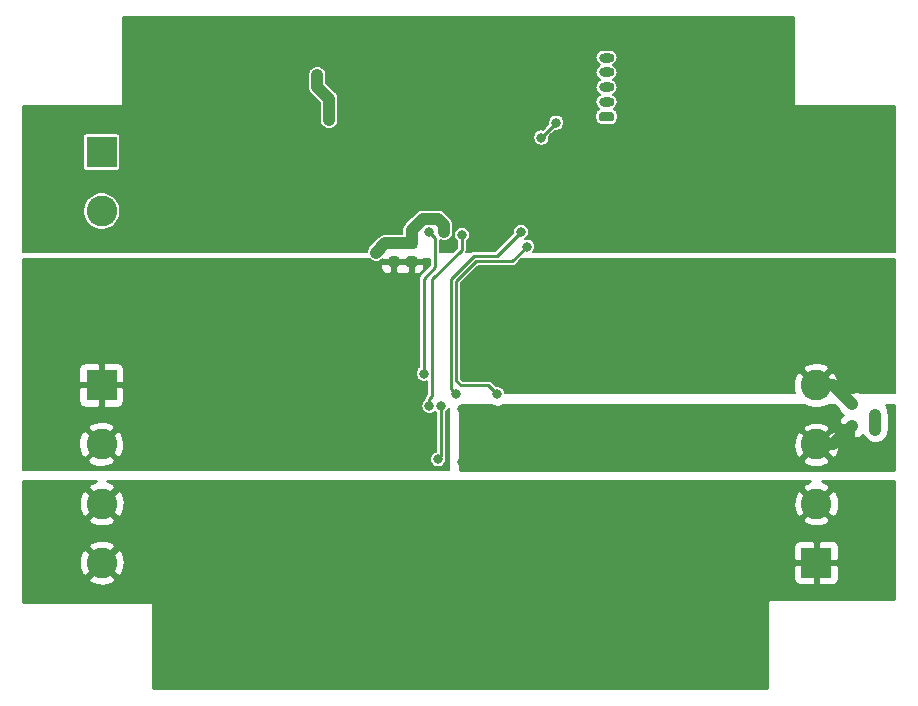
<source format=gbr>
%TF.GenerationSoftware,KiCad,Pcbnew,5.1.10-88a1d61d58~88~ubuntu20.04.1*%
%TF.CreationDate,2021-05-12T17:30:15+02:00*%
%TF.ProjectId,halfVoltageMosfetBoard,68616c66-566f-46c7-9461-67654d6f7366,rev?*%
%TF.SameCoordinates,Original*%
%TF.FileFunction,Copper,L2,Bot*%
%TF.FilePolarity,Positive*%
%FSLAX46Y46*%
G04 Gerber Fmt 4.6, Leading zero omitted, Abs format (unit mm)*
G04 Created by KiCad (PCBNEW 5.1.10-88a1d61d58~88~ubuntu20.04.1) date 2021-05-12 17:30:15*
%MOMM*%
%LPD*%
G01*
G04 APERTURE LIST*
%TA.AperFunction,ComponentPad*%
%ADD10R,2.600000X2.600000*%
%TD*%
%TA.AperFunction,ComponentPad*%
%ADD11C,2.600000*%
%TD*%
%TA.AperFunction,SMDPad,CuDef*%
%ADD12R,0.900000X0.800000*%
%TD*%
%TA.AperFunction,ComponentPad*%
%ADD13O,1.300000X0.800000*%
%TD*%
%TA.AperFunction,SMDPad,CuDef*%
%ADD14R,2.500000X1.800000*%
%TD*%
%TA.AperFunction,ComponentPad*%
%ADD15C,0.500000*%
%TD*%
%TA.AperFunction,ViaPad*%
%ADD16C,0.800000*%
%TD*%
%TA.AperFunction,Conductor*%
%ADD17C,1.000000*%
%TD*%
%TA.AperFunction,Conductor*%
%ADD18C,0.250000*%
%TD*%
%TA.AperFunction,Conductor*%
%ADD19C,0.254000*%
%TD*%
%TA.AperFunction,Conductor*%
%ADD20C,0.100000*%
%TD*%
%TA.AperFunction,Conductor*%
%ADD21C,0.170000*%
%TD*%
G04 APERTURE END LIST*
D10*
%TO.P,J2,1*%
%TO.N,+24V*%
X195750000Y-132000000D03*
D11*
%TO.P,J2,2*%
X195750000Y-127000000D03*
%TO.P,J2,3*%
%TO.N,/PowerHeater2*%
X195750000Y-122000000D03*
%TO.P,J2,4*%
%TO.N,/PowerHeater1*%
X195750000Y-117000000D03*
%TD*%
D12*
%TO.P,D3,3*%
%TO.N,GND*%
X200750000Y-119500000D03*
%TO.P,D3,2*%
%TO.N,/PowerHeater1*%
X198750000Y-118550000D03*
%TO.P,D3,1*%
%TO.N,/PowerHeater2*%
X198750000Y-120450000D03*
%TD*%
D11*
%TO.P,J5,2*%
%TO.N,Net-(J5-Pad2)*%
X135250000Y-102250000D03*
D10*
%TO.P,J5,1*%
%TO.N,Net-(J5-Pad1)*%
X135250000Y-97250000D03*
%TD*%
D13*
%TO.P,J_SWD1,6*%
%TO.N,GND*%
X178000000Y-88000000D03*
%TO.P,J_SWD1,5*%
%TO.N,N/C*%
X178000000Y-89250000D03*
%TO.P,J_SWD1,4*%
%TO.N,/SWCLK*%
X178000000Y-90500000D03*
%TO.P,J_SWD1,3*%
%TO.N,/SWDIO*%
X178000000Y-91750000D03*
%TO.P,J_SWD1,2*%
%TO.N,+3V3*%
X178000000Y-93000000D03*
%TO.P,J_SWD1,1*%
%TO.N,/~RST*%
%TA.AperFunction,ComponentPad*%
G36*
G01*
X178450000Y-94650000D02*
X177550000Y-94650000D01*
G75*
G02*
X177350000Y-94450000I0J200000D01*
G01*
X177350000Y-94050000D01*
G75*
G02*
X177550000Y-93850000I200000J0D01*
G01*
X178450000Y-93850000D01*
G75*
G02*
X178650000Y-94050000I0J-200000D01*
G01*
X178650000Y-94450000D01*
G75*
G02*
X178450000Y-94650000I-200000J0D01*
G01*
G37*
%TD.AperFunction*%
%TD*%
D14*
%TO.P,U4,9*%
%TO.N,GND*%
X165000000Y-100000000D03*
D15*
X164000000Y-100650000D03*
X164000000Y-99350000D03*
X165000000Y-100650000D03*
X165000000Y-99350000D03*
X166000000Y-100650000D03*
X166000000Y-99350000D03*
%TD*%
%TO.P,C13,2*%
%TO.N,GND*%
%TA.AperFunction,SMDPad,CuDef*%
G36*
G01*
X161250000Y-106075000D02*
X161750000Y-106075000D01*
G75*
G02*
X161975000Y-106300000I0J-225000D01*
G01*
X161975000Y-106750000D01*
G75*
G02*
X161750000Y-106975000I-225000J0D01*
G01*
X161250000Y-106975000D01*
G75*
G02*
X161025000Y-106750000I0J225000D01*
G01*
X161025000Y-106300000D01*
G75*
G02*
X161250000Y-106075000I225000J0D01*
G01*
G37*
%TD.AperFunction*%
%TO.P,C13,1*%
%TO.N,+12V*%
%TA.AperFunction,SMDPad,CuDef*%
G36*
G01*
X161250000Y-104525000D02*
X161750000Y-104525000D01*
G75*
G02*
X161975000Y-104750000I0J-225000D01*
G01*
X161975000Y-105200000D01*
G75*
G02*
X161750000Y-105425000I-225000J0D01*
G01*
X161250000Y-105425000D01*
G75*
G02*
X161025000Y-105200000I0J225000D01*
G01*
X161025000Y-104750000D01*
G75*
G02*
X161250000Y-104525000I225000J0D01*
G01*
G37*
%TD.AperFunction*%
%TD*%
%TO.P,C14,2*%
%TO.N,GND*%
%TA.AperFunction,SMDPad,CuDef*%
G36*
G01*
X159750000Y-106075000D02*
X160250000Y-106075000D01*
G75*
G02*
X160475000Y-106300000I0J-225000D01*
G01*
X160475000Y-106750000D01*
G75*
G02*
X160250000Y-106975000I-225000J0D01*
G01*
X159750000Y-106975000D01*
G75*
G02*
X159525000Y-106750000I0J225000D01*
G01*
X159525000Y-106300000D01*
G75*
G02*
X159750000Y-106075000I225000J0D01*
G01*
G37*
%TD.AperFunction*%
%TO.P,C14,1*%
%TO.N,+12V*%
%TA.AperFunction,SMDPad,CuDef*%
G36*
G01*
X159750000Y-104525000D02*
X160250000Y-104525000D01*
G75*
G02*
X160475000Y-104750000I0J-225000D01*
G01*
X160475000Y-105200000D01*
G75*
G02*
X160250000Y-105425000I-225000J0D01*
G01*
X159750000Y-105425000D01*
G75*
G02*
X159525000Y-105200000I0J225000D01*
G01*
X159525000Y-104750000D01*
G75*
G02*
X159750000Y-104525000I225000J0D01*
G01*
G37*
%TD.AperFunction*%
%TD*%
D10*
%TO.P,J1,1*%
%TO.N,GND*%
X135250000Y-117000000D03*
D11*
%TO.P,J1,2*%
X135250000Y-122000000D03*
%TO.P,J1,3*%
%TO.N,+24V*%
X135250000Y-127000000D03*
%TO.P,J1,4*%
X135250000Y-132000000D03*
%TD*%
D16*
%TO.N,GND*%
X161000000Y-114500000D03*
X161000000Y-116250000D03*
X159750000Y-116250000D03*
X159750000Y-114500000D03*
X161000000Y-113250000D03*
X161000000Y-111750000D03*
X161000000Y-110000000D03*
X161000000Y-108500000D03*
X159750000Y-113250000D03*
X159750000Y-111750000D03*
X159750000Y-110000000D03*
X159750000Y-108500000D03*
X158500000Y-116250000D03*
X158500000Y-114500000D03*
X158500000Y-113250000D03*
X158500000Y-111750000D03*
X158500000Y-110000000D03*
X158500000Y-108500000D03*
X162000000Y-119000000D03*
X160750000Y-119000000D03*
X162000000Y-120500000D03*
X162000000Y-122000000D03*
X160750000Y-122000000D03*
X160750000Y-120250000D03*
X159250000Y-122000000D03*
X159250000Y-120250000D03*
X159250000Y-119000000D03*
X156000000Y-122000000D03*
X153250000Y-122000000D03*
X148250000Y-122000000D03*
X144250000Y-122000000D03*
X140000000Y-122000000D03*
X156000000Y-119000000D03*
X153250000Y-119000000D03*
X148250000Y-119000000D03*
X144250000Y-119000000D03*
X140000000Y-119000000D03*
X140000000Y-116000000D03*
X156000000Y-116000000D03*
X153250000Y-116000000D03*
X148250000Y-116000000D03*
X144250000Y-115750000D03*
X131000000Y-111750000D03*
X131000000Y-107000000D03*
X153250000Y-111750000D03*
X153250000Y-107000000D03*
X156000000Y-111750000D03*
X156000000Y-107000000D03*
X142750000Y-111000000D03*
X200750000Y-120750004D03*
X166424998Y-91500000D03*
X164500000Y-105250000D03*
X158750000Y-87750000D03*
X170750000Y-91000000D03*
X176000000Y-104250000D03*
X139000000Y-104000000D03*
X143000000Y-98750000D03*
%TO.N,+3V3*%
X165250000Y-117750000D03*
X170750000Y-104000000D03*
X173750000Y-94750000D03*
X172487347Y-96012653D03*
X154500000Y-94500000D03*
X153500000Y-90750000D03*
%TO.N,+24V*%
X137750000Y-129500000D03*
X140000000Y-129500000D03*
X144250000Y-129500000D03*
X148250000Y-129500000D03*
X153250000Y-129500000D03*
X156000000Y-129500000D03*
X158750000Y-129500000D03*
X161500000Y-129500000D03*
X164250000Y-129500000D03*
X166750000Y-129500000D03*
X169250000Y-129500000D03*
X172250000Y-129500000D03*
X174750000Y-129500000D03*
X178000000Y-129500000D03*
X180500000Y-129500000D03*
X183500000Y-129500000D03*
X186500000Y-129500000D03*
X189500000Y-129500000D03*
X192000000Y-129500000D03*
X192000000Y-134000000D03*
X189500000Y-134000000D03*
X186500000Y-134000000D03*
X178000000Y-134000000D03*
X174750000Y-134000000D03*
X166750000Y-134000000D03*
X164250000Y-134000000D03*
X156000000Y-134000000D03*
X153250000Y-134000000D03*
X144250000Y-134000000D03*
X140000000Y-134000000D03*
X137750000Y-134000000D03*
X137750000Y-125750000D03*
X140000000Y-125750000D03*
X144250000Y-125750000D03*
X153250000Y-125750000D03*
X156000000Y-125750000D03*
X142250000Y-139250000D03*
X144250000Y-139250000D03*
X146250000Y-139250000D03*
X148250000Y-139250000D03*
X150250000Y-139250000D03*
X153250000Y-139250000D03*
X156000000Y-139250000D03*
X158750000Y-139250000D03*
X161500000Y-139250000D03*
X164250000Y-139250000D03*
X166750000Y-139250000D03*
X169250000Y-139250000D03*
X172250000Y-139250000D03*
X174750000Y-139250000D03*
X178000000Y-139500000D03*
X180500000Y-139500000D03*
X183500000Y-139500000D03*
X186500000Y-139500000D03*
X189500000Y-139500000D03*
X131000000Y-134000000D03*
X131000000Y-129500000D03*
X131000000Y-125750000D03*
X200250000Y-129500000D03*
X200250000Y-134000000D03*
X200250000Y-125750000D03*
%TO.N,Net-(Q2-Pad2)*%
X164000000Y-118750000D03*
X163750000Y-123257500D03*
%TO.N,/Temp*%
X168750000Y-117750000D03*
X171250000Y-105250000D03*
%TO.N,+12V*%
X164250000Y-104000000D03*
X158500000Y-105750000D03*
%TO.N,Net-(R10-Pad2)*%
X163000000Y-104000000D03*
X162524990Y-116000000D03*
%TO.N,Net-(R11-Pad1)*%
X163000000Y-118750000D03*
X165750002Y-104250000D03*
%TO.N,/PowerHeater1*%
X166000000Y-110000000D03*
X167000000Y-110000000D03*
X168250000Y-110000000D03*
X169750000Y-110000000D03*
X171250000Y-110000000D03*
X166000000Y-108500000D03*
X167000000Y-108500000D03*
X168250000Y-108500000D03*
X169750000Y-108500000D03*
X171250000Y-108500000D03*
X168250000Y-111750000D03*
X169750000Y-111750000D03*
X171250000Y-111750000D03*
X168250000Y-113250000D03*
X169750000Y-113250000D03*
X171250000Y-113250000D03*
X166000000Y-114500000D03*
X167000000Y-114500000D03*
X168250000Y-114500000D03*
X166000000Y-116250000D03*
X167000000Y-116250000D03*
X168250000Y-116250000D03*
X169750000Y-116250000D03*
X169750000Y-114500000D03*
X171250000Y-114500000D03*
X171250000Y-116250000D03*
X174750000Y-107000000D03*
X178250000Y-107000000D03*
X180500000Y-107000000D03*
X183500000Y-107000000D03*
X186500000Y-107000000D03*
X189500000Y-107000000D03*
X192000000Y-107000000D03*
X200250000Y-107000000D03*
X174750000Y-111750000D03*
X178250000Y-111750000D03*
X180500000Y-111750000D03*
X183500000Y-111750000D03*
X186500000Y-111750000D03*
X189500000Y-111750000D03*
X192000000Y-111750000D03*
X195750000Y-111750000D03*
X195500000Y-107000000D03*
X200250000Y-111750000D03*
X174750000Y-116000000D03*
X178250000Y-116000000D03*
X180500000Y-116000000D03*
X183500000Y-116000000D03*
X186500000Y-116000000D03*
X189500000Y-116000000D03*
X192000000Y-116000000D03*
%TO.N,/PowerHeater2*%
X165750000Y-119000000D03*
X167000000Y-119000000D03*
X168250000Y-119000000D03*
X169750000Y-119000000D03*
X165750000Y-123500000D03*
X167000000Y-123500000D03*
X168250000Y-123500000D03*
X168250000Y-120500000D03*
X168250000Y-122000000D03*
X169750000Y-120500000D03*
X169750000Y-122000000D03*
X171250000Y-122000000D03*
X171250000Y-120500000D03*
X171250000Y-119000000D03*
X174750000Y-119000000D03*
X178250000Y-119000000D03*
X180500000Y-119000000D03*
X183500000Y-119000000D03*
X186500000Y-119000000D03*
X174750000Y-122000000D03*
X178250000Y-122000000D03*
X180500000Y-122000000D03*
X183500000Y-122000000D03*
X186500000Y-122000000D03*
X189500000Y-122000000D03*
X192000000Y-122000000D03*
X189500000Y-119000000D03*
X192000000Y-119000000D03*
%TD*%
D17*
%TO.N,GND*%
X200750000Y-119500000D02*
X200750000Y-120750004D01*
D18*
%TO.N,+3V3*%
X168750000Y-106000000D02*
X170750000Y-104000000D01*
X166790588Y-106000000D02*
X168750000Y-106000000D01*
X164824989Y-117324989D02*
X164824990Y-107965598D01*
X164824990Y-107965598D02*
X166790588Y-106000000D01*
X165250000Y-117750000D02*
X164824989Y-117324989D01*
X173750000Y-94750000D02*
X172487347Y-96012653D01*
D17*
X154500000Y-94500000D02*
X154500000Y-92750000D01*
X153500000Y-91750000D02*
X153500000Y-90750000D01*
X154500000Y-92750000D02*
X153500000Y-91750000D01*
D18*
%TO.N,Net-(Q2-Pad2)*%
X164000000Y-118750000D02*
X164000000Y-123007500D01*
X164000000Y-123007500D02*
X163750000Y-123257500D01*
%TO.N,/Temp*%
X168750000Y-117750000D02*
X168000000Y-117000000D01*
X165274999Y-108151999D02*
X166926998Y-106500000D01*
X165274999Y-116598001D02*
X165274999Y-108151999D01*
X165676998Y-117000000D02*
X165274999Y-116598001D01*
X168000000Y-117000000D02*
X165676998Y-117000000D01*
X166926998Y-106500000D02*
X167250000Y-106500000D01*
X170000000Y-106500000D02*
X171250000Y-105250000D01*
X167250000Y-106500000D02*
X170000000Y-106500000D01*
D17*
%TO.N,+12V*%
X164250000Y-103434315D02*
X163715684Y-102899999D01*
X164250000Y-104000000D02*
X164250000Y-103434315D01*
X160000000Y-104975000D02*
X161500000Y-104975000D01*
X162471999Y-102899999D02*
X163100001Y-102899999D01*
X161500000Y-103871998D02*
X162471999Y-102899999D01*
X161500000Y-104975000D02*
X161500000Y-103871998D01*
X163715684Y-102899999D02*
X163100001Y-102899999D01*
X159275000Y-104975000D02*
X158500000Y-105750000D01*
X160000000Y-104975000D02*
X159275000Y-104975000D01*
D18*
%TO.N,Net-(R10-Pad2)*%
X163500000Y-107000000D02*
X163500000Y-105750000D01*
X163500000Y-107000000D02*
X163500000Y-104500000D01*
X163500000Y-104500000D02*
X163000000Y-104000000D01*
X162524990Y-107975010D02*
X162524990Y-115434315D01*
X163500000Y-107000000D02*
X162524990Y-107975010D01*
X162524990Y-115434315D02*
X162524990Y-116000000D01*
%TO.N,Net-(R11-Pad1)*%
X165750002Y-105499998D02*
X165750002Y-104250000D01*
X163250000Y-117934315D02*
X163250000Y-108000000D01*
X163000000Y-118184315D02*
X163250000Y-117934315D01*
X163000000Y-118750000D02*
X163000000Y-118184315D01*
X163250000Y-108000000D02*
X165750002Y-105499998D01*
D17*
%TO.N,/PowerHeater1*%
X197200000Y-117000000D02*
X198750000Y-118550000D01*
X195750000Y-117000000D02*
X197200000Y-117000000D01*
%TO.N,/PowerHeater2*%
X195750000Y-122000000D02*
X196450000Y-122000000D01*
X197200000Y-122000000D02*
X198750000Y-120450000D01*
X195750000Y-122000000D02*
X197200000Y-122000000D01*
%TD*%
D19*
%TO.N,+24V*%
X134459310Y-125223667D02*
X134212317Y-125355688D01*
X134080381Y-125650776D01*
X135250000Y-126820395D01*
X136419619Y-125650776D01*
X136287683Y-125355688D01*
X135946955Y-125184841D01*
X135736677Y-125127000D01*
X195250411Y-125127000D01*
X194959310Y-125223667D01*
X194712317Y-125355688D01*
X194580381Y-125650776D01*
X195750000Y-126820395D01*
X196919619Y-125650776D01*
X196787683Y-125355688D01*
X196446955Y-125184841D01*
X196236677Y-125127000D01*
X202373000Y-125127000D01*
X202373000Y-135123000D01*
X191750000Y-135123000D01*
X191725224Y-135125440D01*
X191701399Y-135132667D01*
X191679443Y-135144403D01*
X191660197Y-135160197D01*
X191644403Y-135179443D01*
X191632667Y-135201399D01*
X191625440Y-135225224D01*
X191623000Y-135250000D01*
X191623000Y-142590000D01*
X139627000Y-142590000D01*
X139627000Y-135500000D01*
X139624560Y-135475224D01*
X139617333Y-135451399D01*
X139605597Y-135429443D01*
X139589803Y-135410197D01*
X139570557Y-135394403D01*
X139548601Y-135382667D01*
X139524776Y-135375440D01*
X139500000Y-135373000D01*
X128627000Y-135373000D01*
X128627000Y-133349224D01*
X134080381Y-133349224D01*
X134212317Y-133644312D01*
X134553045Y-133815159D01*
X134920557Y-133916250D01*
X135300729Y-133943701D01*
X135678951Y-133896457D01*
X136040690Y-133776333D01*
X136287683Y-133644312D01*
X136419619Y-133349224D01*
X136370395Y-133300000D01*
X193811928Y-133300000D01*
X193824188Y-133424482D01*
X193860498Y-133544180D01*
X193919463Y-133654494D01*
X193998815Y-133751185D01*
X194095506Y-133830537D01*
X194205820Y-133889502D01*
X194325518Y-133925812D01*
X194450000Y-133938072D01*
X195464250Y-133935000D01*
X195623000Y-133776250D01*
X195623000Y-132127000D01*
X195877000Y-132127000D01*
X195877000Y-133776250D01*
X196035750Y-133935000D01*
X197050000Y-133938072D01*
X197174482Y-133925812D01*
X197294180Y-133889502D01*
X197404494Y-133830537D01*
X197501185Y-133751185D01*
X197580537Y-133654494D01*
X197639502Y-133544180D01*
X197675812Y-133424482D01*
X197688072Y-133300000D01*
X197685000Y-132285750D01*
X197526250Y-132127000D01*
X195877000Y-132127000D01*
X195623000Y-132127000D01*
X193973750Y-132127000D01*
X193815000Y-132285750D01*
X193811928Y-133300000D01*
X136370395Y-133300000D01*
X135250000Y-132179605D01*
X134080381Y-133349224D01*
X128627000Y-133349224D01*
X128627000Y-132050729D01*
X133306299Y-132050729D01*
X133353543Y-132428951D01*
X133473667Y-132790690D01*
X133605688Y-133037683D01*
X133900776Y-133169619D01*
X135070395Y-132000000D01*
X135429605Y-132000000D01*
X136599224Y-133169619D01*
X136894312Y-133037683D01*
X137065159Y-132696955D01*
X137166250Y-132329443D01*
X137193701Y-131949271D01*
X137146457Y-131571049D01*
X137026333Y-131209310D01*
X136894312Y-130962317D01*
X136599224Y-130830381D01*
X135429605Y-132000000D01*
X135070395Y-132000000D01*
X133900776Y-130830381D01*
X133605688Y-130962317D01*
X133434841Y-131303045D01*
X133333750Y-131670557D01*
X133306299Y-132050729D01*
X128627000Y-132050729D01*
X128627000Y-130650776D01*
X134080381Y-130650776D01*
X135250000Y-131820395D01*
X136370395Y-130700000D01*
X193811928Y-130700000D01*
X193815000Y-131714250D01*
X193973750Y-131873000D01*
X195623000Y-131873000D01*
X195623000Y-130223750D01*
X195877000Y-130223750D01*
X195877000Y-131873000D01*
X197526250Y-131873000D01*
X197685000Y-131714250D01*
X197688072Y-130700000D01*
X197675812Y-130575518D01*
X197639502Y-130455820D01*
X197580537Y-130345506D01*
X197501185Y-130248815D01*
X197404494Y-130169463D01*
X197294180Y-130110498D01*
X197174482Y-130074188D01*
X197050000Y-130061928D01*
X196035750Y-130065000D01*
X195877000Y-130223750D01*
X195623000Y-130223750D01*
X195464250Y-130065000D01*
X194450000Y-130061928D01*
X194325518Y-130074188D01*
X194205820Y-130110498D01*
X194095506Y-130169463D01*
X193998815Y-130248815D01*
X193919463Y-130345506D01*
X193860498Y-130455820D01*
X193824188Y-130575518D01*
X193811928Y-130700000D01*
X136370395Y-130700000D01*
X136419619Y-130650776D01*
X136287683Y-130355688D01*
X135946955Y-130184841D01*
X135579443Y-130083750D01*
X135199271Y-130056299D01*
X134821049Y-130103543D01*
X134459310Y-130223667D01*
X134212317Y-130355688D01*
X134080381Y-130650776D01*
X128627000Y-130650776D01*
X128627000Y-128349224D01*
X134080381Y-128349224D01*
X134212317Y-128644312D01*
X134553045Y-128815159D01*
X134920557Y-128916250D01*
X135300729Y-128943701D01*
X135678951Y-128896457D01*
X136040690Y-128776333D01*
X136287683Y-128644312D01*
X136419619Y-128349224D01*
X194580381Y-128349224D01*
X194712317Y-128644312D01*
X195053045Y-128815159D01*
X195420557Y-128916250D01*
X195800729Y-128943701D01*
X196178951Y-128896457D01*
X196540690Y-128776333D01*
X196787683Y-128644312D01*
X196919619Y-128349224D01*
X195750000Y-127179605D01*
X194580381Y-128349224D01*
X136419619Y-128349224D01*
X135250000Y-127179605D01*
X134080381Y-128349224D01*
X128627000Y-128349224D01*
X128627000Y-127050729D01*
X133306299Y-127050729D01*
X133353543Y-127428951D01*
X133473667Y-127790690D01*
X133605688Y-128037683D01*
X133900776Y-128169619D01*
X135070395Y-127000000D01*
X135429605Y-127000000D01*
X136599224Y-128169619D01*
X136894312Y-128037683D01*
X137065159Y-127696955D01*
X137166250Y-127329443D01*
X137186375Y-127050729D01*
X193806299Y-127050729D01*
X193853543Y-127428951D01*
X193973667Y-127790690D01*
X194105688Y-128037683D01*
X194400776Y-128169619D01*
X195570395Y-127000000D01*
X195929605Y-127000000D01*
X197099224Y-128169619D01*
X197394312Y-128037683D01*
X197565159Y-127696955D01*
X197666250Y-127329443D01*
X197693701Y-126949271D01*
X197646457Y-126571049D01*
X197526333Y-126209310D01*
X197394312Y-125962317D01*
X197099224Y-125830381D01*
X195929605Y-127000000D01*
X195570395Y-127000000D01*
X194400776Y-125830381D01*
X194105688Y-125962317D01*
X193934841Y-126303045D01*
X193833750Y-126670557D01*
X193806299Y-127050729D01*
X137186375Y-127050729D01*
X137193701Y-126949271D01*
X137146457Y-126571049D01*
X137026333Y-126209310D01*
X136894312Y-125962317D01*
X136599224Y-125830381D01*
X135429605Y-127000000D01*
X135070395Y-127000000D01*
X133900776Y-125830381D01*
X133605688Y-125962317D01*
X133434841Y-126303045D01*
X133333750Y-126670557D01*
X133306299Y-127050729D01*
X128627000Y-127050729D01*
X128627000Y-125127000D01*
X134750411Y-125127000D01*
X134459310Y-125223667D01*
%TA.AperFunction,Conductor*%
D20*
G36*
X134459310Y-125223667D02*
G01*
X134212317Y-125355688D01*
X134080381Y-125650776D01*
X135250000Y-126820395D01*
X136419619Y-125650776D01*
X136287683Y-125355688D01*
X135946955Y-125184841D01*
X135736677Y-125127000D01*
X195250411Y-125127000D01*
X194959310Y-125223667D01*
X194712317Y-125355688D01*
X194580381Y-125650776D01*
X195750000Y-126820395D01*
X196919619Y-125650776D01*
X196787683Y-125355688D01*
X196446955Y-125184841D01*
X196236677Y-125127000D01*
X202373000Y-125127000D01*
X202373000Y-135123000D01*
X191750000Y-135123000D01*
X191725224Y-135125440D01*
X191701399Y-135132667D01*
X191679443Y-135144403D01*
X191660197Y-135160197D01*
X191644403Y-135179443D01*
X191632667Y-135201399D01*
X191625440Y-135225224D01*
X191623000Y-135250000D01*
X191623000Y-142590000D01*
X139627000Y-142590000D01*
X139627000Y-135500000D01*
X139624560Y-135475224D01*
X139617333Y-135451399D01*
X139605597Y-135429443D01*
X139589803Y-135410197D01*
X139570557Y-135394403D01*
X139548601Y-135382667D01*
X139524776Y-135375440D01*
X139500000Y-135373000D01*
X128627000Y-135373000D01*
X128627000Y-133349224D01*
X134080381Y-133349224D01*
X134212317Y-133644312D01*
X134553045Y-133815159D01*
X134920557Y-133916250D01*
X135300729Y-133943701D01*
X135678951Y-133896457D01*
X136040690Y-133776333D01*
X136287683Y-133644312D01*
X136419619Y-133349224D01*
X136370395Y-133300000D01*
X193811928Y-133300000D01*
X193824188Y-133424482D01*
X193860498Y-133544180D01*
X193919463Y-133654494D01*
X193998815Y-133751185D01*
X194095506Y-133830537D01*
X194205820Y-133889502D01*
X194325518Y-133925812D01*
X194450000Y-133938072D01*
X195464250Y-133935000D01*
X195623000Y-133776250D01*
X195623000Y-132127000D01*
X195877000Y-132127000D01*
X195877000Y-133776250D01*
X196035750Y-133935000D01*
X197050000Y-133938072D01*
X197174482Y-133925812D01*
X197294180Y-133889502D01*
X197404494Y-133830537D01*
X197501185Y-133751185D01*
X197580537Y-133654494D01*
X197639502Y-133544180D01*
X197675812Y-133424482D01*
X197688072Y-133300000D01*
X197685000Y-132285750D01*
X197526250Y-132127000D01*
X195877000Y-132127000D01*
X195623000Y-132127000D01*
X193973750Y-132127000D01*
X193815000Y-132285750D01*
X193811928Y-133300000D01*
X136370395Y-133300000D01*
X135250000Y-132179605D01*
X134080381Y-133349224D01*
X128627000Y-133349224D01*
X128627000Y-132050729D01*
X133306299Y-132050729D01*
X133353543Y-132428951D01*
X133473667Y-132790690D01*
X133605688Y-133037683D01*
X133900776Y-133169619D01*
X135070395Y-132000000D01*
X135429605Y-132000000D01*
X136599224Y-133169619D01*
X136894312Y-133037683D01*
X137065159Y-132696955D01*
X137166250Y-132329443D01*
X137193701Y-131949271D01*
X137146457Y-131571049D01*
X137026333Y-131209310D01*
X136894312Y-130962317D01*
X136599224Y-130830381D01*
X135429605Y-132000000D01*
X135070395Y-132000000D01*
X133900776Y-130830381D01*
X133605688Y-130962317D01*
X133434841Y-131303045D01*
X133333750Y-131670557D01*
X133306299Y-132050729D01*
X128627000Y-132050729D01*
X128627000Y-130650776D01*
X134080381Y-130650776D01*
X135250000Y-131820395D01*
X136370395Y-130700000D01*
X193811928Y-130700000D01*
X193815000Y-131714250D01*
X193973750Y-131873000D01*
X195623000Y-131873000D01*
X195623000Y-130223750D01*
X195877000Y-130223750D01*
X195877000Y-131873000D01*
X197526250Y-131873000D01*
X197685000Y-131714250D01*
X197688072Y-130700000D01*
X197675812Y-130575518D01*
X197639502Y-130455820D01*
X197580537Y-130345506D01*
X197501185Y-130248815D01*
X197404494Y-130169463D01*
X197294180Y-130110498D01*
X197174482Y-130074188D01*
X197050000Y-130061928D01*
X196035750Y-130065000D01*
X195877000Y-130223750D01*
X195623000Y-130223750D01*
X195464250Y-130065000D01*
X194450000Y-130061928D01*
X194325518Y-130074188D01*
X194205820Y-130110498D01*
X194095506Y-130169463D01*
X193998815Y-130248815D01*
X193919463Y-130345506D01*
X193860498Y-130455820D01*
X193824188Y-130575518D01*
X193811928Y-130700000D01*
X136370395Y-130700000D01*
X136419619Y-130650776D01*
X136287683Y-130355688D01*
X135946955Y-130184841D01*
X135579443Y-130083750D01*
X135199271Y-130056299D01*
X134821049Y-130103543D01*
X134459310Y-130223667D01*
X134212317Y-130355688D01*
X134080381Y-130650776D01*
X128627000Y-130650776D01*
X128627000Y-128349224D01*
X134080381Y-128349224D01*
X134212317Y-128644312D01*
X134553045Y-128815159D01*
X134920557Y-128916250D01*
X135300729Y-128943701D01*
X135678951Y-128896457D01*
X136040690Y-128776333D01*
X136287683Y-128644312D01*
X136419619Y-128349224D01*
X194580381Y-128349224D01*
X194712317Y-128644312D01*
X195053045Y-128815159D01*
X195420557Y-128916250D01*
X195800729Y-128943701D01*
X196178951Y-128896457D01*
X196540690Y-128776333D01*
X196787683Y-128644312D01*
X196919619Y-128349224D01*
X195750000Y-127179605D01*
X194580381Y-128349224D01*
X136419619Y-128349224D01*
X135250000Y-127179605D01*
X134080381Y-128349224D01*
X128627000Y-128349224D01*
X128627000Y-127050729D01*
X133306299Y-127050729D01*
X133353543Y-127428951D01*
X133473667Y-127790690D01*
X133605688Y-128037683D01*
X133900776Y-128169619D01*
X135070395Y-127000000D01*
X135429605Y-127000000D01*
X136599224Y-128169619D01*
X136894312Y-128037683D01*
X137065159Y-127696955D01*
X137166250Y-127329443D01*
X137186375Y-127050729D01*
X193806299Y-127050729D01*
X193853543Y-127428951D01*
X193973667Y-127790690D01*
X194105688Y-128037683D01*
X194400776Y-128169619D01*
X195570395Y-127000000D01*
X195929605Y-127000000D01*
X197099224Y-128169619D01*
X197394312Y-128037683D01*
X197565159Y-127696955D01*
X197666250Y-127329443D01*
X197693701Y-126949271D01*
X197646457Y-126571049D01*
X197526333Y-126209310D01*
X197394312Y-125962317D01*
X197099224Y-125830381D01*
X195929605Y-127000000D01*
X195570395Y-127000000D01*
X194400776Y-125830381D01*
X194105688Y-125962317D01*
X193934841Y-126303045D01*
X193833750Y-126670557D01*
X193806299Y-127050729D01*
X137186375Y-127050729D01*
X137193701Y-126949271D01*
X137146457Y-126571049D01*
X137026333Y-126209310D01*
X136894312Y-125962317D01*
X136599224Y-125830381D01*
X135429605Y-127000000D01*
X135070395Y-127000000D01*
X133900776Y-125830381D01*
X133605688Y-125962317D01*
X133434841Y-126303045D01*
X133333750Y-126670557D01*
X133306299Y-127050729D01*
X128627000Y-127050729D01*
X128627000Y-125127000D01*
X134750411Y-125127000D01*
X134459310Y-125223667D01*
G37*
%TD.AperFunction*%
%TD*%
D21*
%TO.N,GND*%
X158061768Y-106405861D02*
X158198141Y-106478754D01*
X158346114Y-106523641D01*
X158500000Y-106538797D01*
X158653886Y-106523641D01*
X158801859Y-106478754D01*
X158938232Y-106405861D01*
X159024577Y-106335000D01*
X159059250Y-106335000D01*
X159080250Y-106356000D01*
X159831000Y-106356000D01*
X159831000Y-106336000D01*
X160169000Y-106336000D01*
X160169000Y-106356000D01*
X161331000Y-106356000D01*
X161331000Y-106336000D01*
X161669000Y-106336000D01*
X161669000Y-106356000D01*
X162419750Y-106356000D01*
X162440750Y-106335000D01*
X163090000Y-106335000D01*
X163090000Y-106830172D01*
X162249320Y-107670853D01*
X162233674Y-107683694D01*
X162200331Y-107724324D01*
X162182439Y-107746125D01*
X162169082Y-107771115D01*
X162144367Y-107817352D01*
X162120923Y-107894637D01*
X162118462Y-107919627D01*
X162113007Y-107975010D01*
X162114990Y-107995141D01*
X162114991Y-115414172D01*
X162114990Y-115414182D01*
X162114990Y-115450111D01*
X162088328Y-115467926D01*
X161992916Y-115563338D01*
X161917951Y-115675531D01*
X161866315Y-115800193D01*
X161839990Y-115932533D01*
X161839990Y-116067467D01*
X161866315Y-116199807D01*
X161917951Y-116324469D01*
X161992916Y-116436662D01*
X162088328Y-116532074D01*
X162200521Y-116607039D01*
X162325183Y-116658675D01*
X162457523Y-116685000D01*
X162592457Y-116685000D01*
X162724797Y-116658675D01*
X162840000Y-116610957D01*
X162840000Y-117764488D01*
X162724326Y-117880163D01*
X162708685Y-117892999D01*
X162695850Y-117908639D01*
X162657449Y-117955430D01*
X162625774Y-118014690D01*
X162619378Y-118026656D01*
X162599565Y-118091973D01*
X162595934Y-118103942D01*
X162588017Y-118184315D01*
X162589599Y-118200379D01*
X162563338Y-118217926D01*
X162467926Y-118313338D01*
X162392961Y-118425531D01*
X162341325Y-118550193D01*
X162315000Y-118682533D01*
X162315000Y-118817467D01*
X162341325Y-118949807D01*
X162392961Y-119074469D01*
X162467926Y-119186662D01*
X162563338Y-119282074D01*
X162675531Y-119357039D01*
X162800193Y-119408675D01*
X162932533Y-119435000D01*
X163067467Y-119435000D01*
X163199807Y-119408675D01*
X163324469Y-119357039D01*
X163436662Y-119282074D01*
X163500000Y-119218736D01*
X163563338Y-119282074D01*
X163590000Y-119299889D01*
X163590001Y-122590906D01*
X163550193Y-122598825D01*
X163425531Y-122650461D01*
X163313338Y-122725426D01*
X163217926Y-122820838D01*
X163142961Y-122933031D01*
X163091325Y-123057693D01*
X163065000Y-123190033D01*
X163065000Y-123324967D01*
X163091325Y-123457307D01*
X163142961Y-123581969D01*
X163217926Y-123694162D01*
X163313338Y-123789574D01*
X163425531Y-123864539D01*
X163550193Y-123916175D01*
X163682533Y-123942500D01*
X163817467Y-123942500D01*
X163949807Y-123916175D01*
X164074469Y-123864539D01*
X164186662Y-123789574D01*
X164282074Y-123694162D01*
X164357039Y-123581969D01*
X164408675Y-123457307D01*
X164435000Y-123324967D01*
X164435000Y-123190033D01*
X164408675Y-123057693D01*
X164407354Y-123054503D01*
X164410000Y-123027634D01*
X164410000Y-123027622D01*
X164411982Y-123007501D01*
X164410000Y-122987380D01*
X164410000Y-119299889D01*
X164436662Y-119282074D01*
X164532074Y-119186662D01*
X164607039Y-119074469D01*
X164658675Y-118949807D01*
X164665000Y-118918010D01*
X164665000Y-124165000D01*
X128585000Y-124165000D01*
X128585000Y-123353931D01*
X134135071Y-123353931D01*
X134273085Y-123632129D01*
X134610268Y-123791355D01*
X134972037Y-123881741D01*
X135344487Y-123899811D01*
X135713307Y-123844873D01*
X136064322Y-123719038D01*
X136226915Y-123632129D01*
X136364929Y-123353931D01*
X135250000Y-122239002D01*
X134135071Y-123353931D01*
X128585000Y-123353931D01*
X128585000Y-122094487D01*
X133350189Y-122094487D01*
X133405127Y-122463307D01*
X133530962Y-122814322D01*
X133617871Y-122976915D01*
X133896069Y-123114929D01*
X135010998Y-122000000D01*
X135489002Y-122000000D01*
X136603931Y-123114929D01*
X136882129Y-122976915D01*
X137041355Y-122639732D01*
X137131741Y-122277963D01*
X137149811Y-121905513D01*
X137094873Y-121536693D01*
X136969038Y-121185678D01*
X136882129Y-121023085D01*
X136603931Y-120885071D01*
X135489002Y-122000000D01*
X135010998Y-122000000D01*
X133896069Y-120885071D01*
X133617871Y-121023085D01*
X133458645Y-121360268D01*
X133368259Y-121722037D01*
X133350189Y-122094487D01*
X128585000Y-122094487D01*
X128585000Y-120646069D01*
X134135071Y-120646069D01*
X135250000Y-121760998D01*
X136364929Y-120646069D01*
X136226915Y-120367871D01*
X135889732Y-120208645D01*
X135527963Y-120118259D01*
X135155513Y-120100189D01*
X134786693Y-120155127D01*
X134435678Y-120280962D01*
X134273085Y-120367871D01*
X134135071Y-120646069D01*
X128585000Y-120646069D01*
X128585000Y-118300000D01*
X133354131Y-118300000D01*
X133365580Y-118416248D01*
X133399489Y-118528029D01*
X133454553Y-118631047D01*
X133528657Y-118721343D01*
X133618953Y-118795447D01*
X133721971Y-118850511D01*
X133833752Y-118884420D01*
X133950000Y-118895869D01*
X134932750Y-118893000D01*
X135081000Y-118744750D01*
X135081000Y-117169000D01*
X135419000Y-117169000D01*
X135419000Y-118744750D01*
X135567250Y-118893000D01*
X136550000Y-118895869D01*
X136666248Y-118884420D01*
X136778029Y-118850511D01*
X136881047Y-118795447D01*
X136971343Y-118721343D01*
X137045447Y-118631047D01*
X137100511Y-118528029D01*
X137134420Y-118416248D01*
X137145869Y-118300000D01*
X137143000Y-117317250D01*
X136994750Y-117169000D01*
X135419000Y-117169000D01*
X135081000Y-117169000D01*
X133505250Y-117169000D01*
X133357000Y-117317250D01*
X133354131Y-118300000D01*
X128585000Y-118300000D01*
X128585000Y-115700000D01*
X133354131Y-115700000D01*
X133357000Y-116682750D01*
X133505250Y-116831000D01*
X135081000Y-116831000D01*
X135081000Y-115255250D01*
X135419000Y-115255250D01*
X135419000Y-116831000D01*
X136994750Y-116831000D01*
X137143000Y-116682750D01*
X137145869Y-115700000D01*
X137134420Y-115583752D01*
X137100511Y-115471971D01*
X137045447Y-115368953D01*
X136971343Y-115278657D01*
X136881047Y-115204553D01*
X136778029Y-115149489D01*
X136666248Y-115115580D01*
X136550000Y-115104131D01*
X135567250Y-115107000D01*
X135419000Y-115255250D01*
X135081000Y-115255250D01*
X134932750Y-115107000D01*
X133950000Y-115104131D01*
X133833752Y-115115580D01*
X133721971Y-115149489D01*
X133618953Y-115204553D01*
X133528657Y-115278657D01*
X133454553Y-115368953D01*
X133399489Y-115471971D01*
X133365580Y-115583752D01*
X133354131Y-115700000D01*
X128585000Y-115700000D01*
X128585000Y-106975000D01*
X158929131Y-106975000D01*
X158940580Y-107091248D01*
X158974489Y-107203029D01*
X159029553Y-107306047D01*
X159103657Y-107396343D01*
X159193953Y-107470447D01*
X159296971Y-107525511D01*
X159408752Y-107559420D01*
X159525000Y-107570869D01*
X159682750Y-107568000D01*
X159831000Y-107419750D01*
X159831000Y-106694000D01*
X160169000Y-106694000D01*
X160169000Y-107419750D01*
X160317250Y-107568000D01*
X160475000Y-107570869D01*
X160591248Y-107559420D01*
X160703029Y-107525511D01*
X160750000Y-107500405D01*
X160796971Y-107525511D01*
X160908752Y-107559420D01*
X161025000Y-107570869D01*
X161182750Y-107568000D01*
X161331000Y-107419750D01*
X161331000Y-106694000D01*
X161669000Y-106694000D01*
X161669000Y-107419750D01*
X161817250Y-107568000D01*
X161975000Y-107570869D01*
X162091248Y-107559420D01*
X162203029Y-107525511D01*
X162306047Y-107470447D01*
X162396343Y-107396343D01*
X162470447Y-107306047D01*
X162525511Y-107203029D01*
X162559420Y-107091248D01*
X162570869Y-106975000D01*
X162568000Y-106842250D01*
X162419750Y-106694000D01*
X161669000Y-106694000D01*
X161331000Y-106694000D01*
X160169000Y-106694000D01*
X159831000Y-106694000D01*
X159080250Y-106694000D01*
X158932000Y-106842250D01*
X158929131Y-106975000D01*
X128585000Y-106975000D01*
X128585000Y-106335000D01*
X157975423Y-106335000D01*
X158061768Y-106405861D01*
%TA.AperFunction,Conductor*%
D20*
G36*
X158061768Y-106405861D02*
G01*
X158198141Y-106478754D01*
X158346114Y-106523641D01*
X158500000Y-106538797D01*
X158653886Y-106523641D01*
X158801859Y-106478754D01*
X158938232Y-106405861D01*
X159024577Y-106335000D01*
X159059250Y-106335000D01*
X159080250Y-106356000D01*
X159831000Y-106356000D01*
X159831000Y-106336000D01*
X160169000Y-106336000D01*
X160169000Y-106356000D01*
X161331000Y-106356000D01*
X161331000Y-106336000D01*
X161669000Y-106336000D01*
X161669000Y-106356000D01*
X162419750Y-106356000D01*
X162440750Y-106335000D01*
X163090000Y-106335000D01*
X163090000Y-106830172D01*
X162249320Y-107670853D01*
X162233674Y-107683694D01*
X162200331Y-107724324D01*
X162182439Y-107746125D01*
X162169082Y-107771115D01*
X162144367Y-107817352D01*
X162120923Y-107894637D01*
X162118462Y-107919627D01*
X162113007Y-107975010D01*
X162114990Y-107995141D01*
X162114991Y-115414172D01*
X162114990Y-115414182D01*
X162114990Y-115450111D01*
X162088328Y-115467926D01*
X161992916Y-115563338D01*
X161917951Y-115675531D01*
X161866315Y-115800193D01*
X161839990Y-115932533D01*
X161839990Y-116067467D01*
X161866315Y-116199807D01*
X161917951Y-116324469D01*
X161992916Y-116436662D01*
X162088328Y-116532074D01*
X162200521Y-116607039D01*
X162325183Y-116658675D01*
X162457523Y-116685000D01*
X162592457Y-116685000D01*
X162724797Y-116658675D01*
X162840000Y-116610957D01*
X162840000Y-117764488D01*
X162724326Y-117880163D01*
X162708685Y-117892999D01*
X162695850Y-117908639D01*
X162657449Y-117955430D01*
X162625774Y-118014690D01*
X162619378Y-118026656D01*
X162599565Y-118091973D01*
X162595934Y-118103942D01*
X162588017Y-118184315D01*
X162589599Y-118200379D01*
X162563338Y-118217926D01*
X162467926Y-118313338D01*
X162392961Y-118425531D01*
X162341325Y-118550193D01*
X162315000Y-118682533D01*
X162315000Y-118817467D01*
X162341325Y-118949807D01*
X162392961Y-119074469D01*
X162467926Y-119186662D01*
X162563338Y-119282074D01*
X162675531Y-119357039D01*
X162800193Y-119408675D01*
X162932533Y-119435000D01*
X163067467Y-119435000D01*
X163199807Y-119408675D01*
X163324469Y-119357039D01*
X163436662Y-119282074D01*
X163500000Y-119218736D01*
X163563338Y-119282074D01*
X163590000Y-119299889D01*
X163590001Y-122590906D01*
X163550193Y-122598825D01*
X163425531Y-122650461D01*
X163313338Y-122725426D01*
X163217926Y-122820838D01*
X163142961Y-122933031D01*
X163091325Y-123057693D01*
X163065000Y-123190033D01*
X163065000Y-123324967D01*
X163091325Y-123457307D01*
X163142961Y-123581969D01*
X163217926Y-123694162D01*
X163313338Y-123789574D01*
X163425531Y-123864539D01*
X163550193Y-123916175D01*
X163682533Y-123942500D01*
X163817467Y-123942500D01*
X163949807Y-123916175D01*
X164074469Y-123864539D01*
X164186662Y-123789574D01*
X164282074Y-123694162D01*
X164357039Y-123581969D01*
X164408675Y-123457307D01*
X164435000Y-123324967D01*
X164435000Y-123190033D01*
X164408675Y-123057693D01*
X164407354Y-123054503D01*
X164410000Y-123027634D01*
X164410000Y-123027622D01*
X164411982Y-123007501D01*
X164410000Y-122987380D01*
X164410000Y-119299889D01*
X164436662Y-119282074D01*
X164532074Y-119186662D01*
X164607039Y-119074469D01*
X164658675Y-118949807D01*
X164665000Y-118918010D01*
X164665000Y-124165000D01*
X128585000Y-124165000D01*
X128585000Y-123353931D01*
X134135071Y-123353931D01*
X134273085Y-123632129D01*
X134610268Y-123791355D01*
X134972037Y-123881741D01*
X135344487Y-123899811D01*
X135713307Y-123844873D01*
X136064322Y-123719038D01*
X136226915Y-123632129D01*
X136364929Y-123353931D01*
X135250000Y-122239002D01*
X134135071Y-123353931D01*
X128585000Y-123353931D01*
X128585000Y-122094487D01*
X133350189Y-122094487D01*
X133405127Y-122463307D01*
X133530962Y-122814322D01*
X133617871Y-122976915D01*
X133896069Y-123114929D01*
X135010998Y-122000000D01*
X135489002Y-122000000D01*
X136603931Y-123114929D01*
X136882129Y-122976915D01*
X137041355Y-122639732D01*
X137131741Y-122277963D01*
X137149811Y-121905513D01*
X137094873Y-121536693D01*
X136969038Y-121185678D01*
X136882129Y-121023085D01*
X136603931Y-120885071D01*
X135489002Y-122000000D01*
X135010998Y-122000000D01*
X133896069Y-120885071D01*
X133617871Y-121023085D01*
X133458645Y-121360268D01*
X133368259Y-121722037D01*
X133350189Y-122094487D01*
X128585000Y-122094487D01*
X128585000Y-120646069D01*
X134135071Y-120646069D01*
X135250000Y-121760998D01*
X136364929Y-120646069D01*
X136226915Y-120367871D01*
X135889732Y-120208645D01*
X135527963Y-120118259D01*
X135155513Y-120100189D01*
X134786693Y-120155127D01*
X134435678Y-120280962D01*
X134273085Y-120367871D01*
X134135071Y-120646069D01*
X128585000Y-120646069D01*
X128585000Y-118300000D01*
X133354131Y-118300000D01*
X133365580Y-118416248D01*
X133399489Y-118528029D01*
X133454553Y-118631047D01*
X133528657Y-118721343D01*
X133618953Y-118795447D01*
X133721971Y-118850511D01*
X133833752Y-118884420D01*
X133950000Y-118895869D01*
X134932750Y-118893000D01*
X135081000Y-118744750D01*
X135081000Y-117169000D01*
X135419000Y-117169000D01*
X135419000Y-118744750D01*
X135567250Y-118893000D01*
X136550000Y-118895869D01*
X136666248Y-118884420D01*
X136778029Y-118850511D01*
X136881047Y-118795447D01*
X136971343Y-118721343D01*
X137045447Y-118631047D01*
X137100511Y-118528029D01*
X137134420Y-118416248D01*
X137145869Y-118300000D01*
X137143000Y-117317250D01*
X136994750Y-117169000D01*
X135419000Y-117169000D01*
X135081000Y-117169000D01*
X133505250Y-117169000D01*
X133357000Y-117317250D01*
X133354131Y-118300000D01*
X128585000Y-118300000D01*
X128585000Y-115700000D01*
X133354131Y-115700000D01*
X133357000Y-116682750D01*
X133505250Y-116831000D01*
X135081000Y-116831000D01*
X135081000Y-115255250D01*
X135419000Y-115255250D01*
X135419000Y-116831000D01*
X136994750Y-116831000D01*
X137143000Y-116682750D01*
X137145869Y-115700000D01*
X137134420Y-115583752D01*
X137100511Y-115471971D01*
X137045447Y-115368953D01*
X136971343Y-115278657D01*
X136881047Y-115204553D01*
X136778029Y-115149489D01*
X136666248Y-115115580D01*
X136550000Y-115104131D01*
X135567250Y-115107000D01*
X135419000Y-115255250D01*
X135081000Y-115255250D01*
X134932750Y-115107000D01*
X133950000Y-115104131D01*
X133833752Y-115115580D01*
X133721971Y-115149489D01*
X133618953Y-115204553D01*
X133528657Y-115278657D01*
X133454553Y-115368953D01*
X133399489Y-115471971D01*
X133365580Y-115583752D01*
X133354131Y-115700000D01*
X128585000Y-115700000D01*
X128585000Y-106975000D01*
X158929131Y-106975000D01*
X158940580Y-107091248D01*
X158974489Y-107203029D01*
X159029553Y-107306047D01*
X159103657Y-107396343D01*
X159193953Y-107470447D01*
X159296971Y-107525511D01*
X159408752Y-107559420D01*
X159525000Y-107570869D01*
X159682750Y-107568000D01*
X159831000Y-107419750D01*
X159831000Y-106694000D01*
X160169000Y-106694000D01*
X160169000Y-107419750D01*
X160317250Y-107568000D01*
X160475000Y-107570869D01*
X160591248Y-107559420D01*
X160703029Y-107525511D01*
X160750000Y-107500405D01*
X160796971Y-107525511D01*
X160908752Y-107559420D01*
X161025000Y-107570869D01*
X161182750Y-107568000D01*
X161331000Y-107419750D01*
X161331000Y-106694000D01*
X161669000Y-106694000D01*
X161669000Y-107419750D01*
X161817250Y-107568000D01*
X161975000Y-107570869D01*
X162091248Y-107559420D01*
X162203029Y-107525511D01*
X162306047Y-107470447D01*
X162396343Y-107396343D01*
X162470447Y-107306047D01*
X162525511Y-107203029D01*
X162559420Y-107091248D01*
X162570869Y-106975000D01*
X162568000Y-106842250D01*
X162419750Y-106694000D01*
X161669000Y-106694000D01*
X161331000Y-106694000D01*
X160169000Y-106694000D01*
X159831000Y-106694000D01*
X159080250Y-106694000D01*
X158932000Y-106842250D01*
X158929131Y-106975000D01*
X128585000Y-106975000D01*
X128585000Y-106335000D01*
X157975423Y-106335000D01*
X158061768Y-106405861D01*
G37*
%TD.AperFunction*%
%TD*%
D21*
%TO.N,/PowerHeater1*%
X202415000Y-117665000D02*
X199543777Y-117665000D01*
X199531047Y-117654553D01*
X199428029Y-117599489D01*
X199316248Y-117565580D01*
X199200000Y-117554131D01*
X199067250Y-117557000D01*
X198959250Y-117665000D01*
X198540750Y-117665000D01*
X198432750Y-117557000D01*
X198300000Y-117554131D01*
X198183752Y-117565580D01*
X198071971Y-117599489D01*
X197968953Y-117654553D01*
X197956223Y-117665000D01*
X197529423Y-117665000D01*
X197541355Y-117639732D01*
X197631741Y-117277963D01*
X197649811Y-116905513D01*
X197594873Y-116536693D01*
X197469038Y-116185678D01*
X197382129Y-116023085D01*
X197103931Y-115885071D01*
X195989002Y-117000000D01*
X196003145Y-117014143D01*
X195764143Y-117253145D01*
X195750000Y-117239002D01*
X195735858Y-117253145D01*
X195496856Y-117014143D01*
X195510998Y-117000000D01*
X194396069Y-115885071D01*
X194117871Y-116023085D01*
X193958645Y-116360268D01*
X193868259Y-116722037D01*
X193850189Y-117094487D01*
X193905127Y-117463307D01*
X193977432Y-117665000D01*
X169431512Y-117665000D01*
X169408675Y-117550193D01*
X169357039Y-117425531D01*
X169282074Y-117313338D01*
X169186662Y-117217926D01*
X169074469Y-117142961D01*
X168949807Y-117091325D01*
X168817467Y-117065000D01*
X168682533Y-117065000D01*
X168651083Y-117071256D01*
X168304156Y-116724330D01*
X168291316Y-116708684D01*
X168228885Y-116657449D01*
X168157659Y-116619377D01*
X168080374Y-116595933D01*
X168020134Y-116590000D01*
X168020131Y-116590000D01*
X168000000Y-116588017D01*
X167979869Y-116590000D01*
X165846825Y-116590000D01*
X165684999Y-116428174D01*
X165684999Y-115646069D01*
X194635071Y-115646069D01*
X195750000Y-116760998D01*
X196864929Y-115646069D01*
X196726915Y-115367871D01*
X196389732Y-115208645D01*
X196027963Y-115118259D01*
X195655513Y-115100189D01*
X195286693Y-115155127D01*
X194935678Y-115280962D01*
X194773085Y-115367871D01*
X194635071Y-115646069D01*
X165684999Y-115646069D01*
X165684999Y-108321825D01*
X167096826Y-106910000D01*
X169979869Y-106910000D01*
X170000000Y-106911983D01*
X170020131Y-106910000D01*
X170020134Y-106910000D01*
X170080374Y-106904067D01*
X170157659Y-106880623D01*
X170228885Y-106842551D01*
X170291316Y-106791316D01*
X170304157Y-106775669D01*
X170744826Y-106335000D01*
X202415000Y-106335000D01*
X202415000Y-117665000D01*
%TA.AperFunction,Conductor*%
D20*
G36*
X202415000Y-117665000D02*
G01*
X199543777Y-117665000D01*
X199531047Y-117654553D01*
X199428029Y-117599489D01*
X199316248Y-117565580D01*
X199200000Y-117554131D01*
X199067250Y-117557000D01*
X198959250Y-117665000D01*
X198540750Y-117665000D01*
X198432750Y-117557000D01*
X198300000Y-117554131D01*
X198183752Y-117565580D01*
X198071971Y-117599489D01*
X197968953Y-117654553D01*
X197956223Y-117665000D01*
X197529423Y-117665000D01*
X197541355Y-117639732D01*
X197631741Y-117277963D01*
X197649811Y-116905513D01*
X197594873Y-116536693D01*
X197469038Y-116185678D01*
X197382129Y-116023085D01*
X197103931Y-115885071D01*
X195989002Y-117000000D01*
X196003145Y-117014143D01*
X195764143Y-117253145D01*
X195750000Y-117239002D01*
X195735858Y-117253145D01*
X195496856Y-117014143D01*
X195510998Y-117000000D01*
X194396069Y-115885071D01*
X194117871Y-116023085D01*
X193958645Y-116360268D01*
X193868259Y-116722037D01*
X193850189Y-117094487D01*
X193905127Y-117463307D01*
X193977432Y-117665000D01*
X169431512Y-117665000D01*
X169408675Y-117550193D01*
X169357039Y-117425531D01*
X169282074Y-117313338D01*
X169186662Y-117217926D01*
X169074469Y-117142961D01*
X168949807Y-117091325D01*
X168817467Y-117065000D01*
X168682533Y-117065000D01*
X168651083Y-117071256D01*
X168304156Y-116724330D01*
X168291316Y-116708684D01*
X168228885Y-116657449D01*
X168157659Y-116619377D01*
X168080374Y-116595933D01*
X168020134Y-116590000D01*
X168020131Y-116590000D01*
X168000000Y-116588017D01*
X167979869Y-116590000D01*
X165846825Y-116590000D01*
X165684999Y-116428174D01*
X165684999Y-115646069D01*
X194635071Y-115646069D01*
X195750000Y-116760998D01*
X196864929Y-115646069D01*
X196726915Y-115367871D01*
X196389732Y-115208645D01*
X196027963Y-115118259D01*
X195655513Y-115100189D01*
X195286693Y-115155127D01*
X194935678Y-115280962D01*
X194773085Y-115367871D01*
X194635071Y-115646069D01*
X165684999Y-115646069D01*
X165684999Y-108321825D01*
X167096826Y-106910000D01*
X169979869Y-106910000D01*
X170000000Y-106911983D01*
X170020131Y-106910000D01*
X170020134Y-106910000D01*
X170080374Y-106904067D01*
X170157659Y-106880623D01*
X170228885Y-106842551D01*
X170291316Y-106791316D01*
X170304157Y-106775669D01*
X170744826Y-106335000D01*
X202415000Y-106335000D01*
X202415000Y-117665000D01*
G37*
%TD.AperFunction*%
%TD*%
D19*
%TO.N,/PowerHeater2*%
X168259744Y-118667205D02*
X168448102Y-118745226D01*
X168648061Y-118785000D01*
X168851939Y-118785000D01*
X169051898Y-118745226D01*
X169240256Y-118667205D01*
X169300427Y-118627000D01*
X194702069Y-118627000D01*
X194833434Y-118714775D01*
X195185581Y-118860639D01*
X195559419Y-118935000D01*
X195940581Y-118935000D01*
X196314419Y-118860639D01*
X196666566Y-118714775D01*
X196797931Y-118627000D01*
X197221868Y-118627000D01*
X197676295Y-119081426D01*
X197710498Y-119194180D01*
X197769463Y-119304494D01*
X197848815Y-119401185D01*
X197945506Y-119480537D01*
X197981918Y-119500000D01*
X197945506Y-119519463D01*
X197848815Y-119598815D01*
X197769463Y-119695506D01*
X197710498Y-119805820D01*
X197674188Y-119925518D01*
X197661928Y-120050000D01*
X197665000Y-120164250D01*
X197823750Y-120323000D01*
X198623000Y-120323000D01*
X198623000Y-120303000D01*
X198877000Y-120303000D01*
X198877000Y-120323000D01*
X198897000Y-120323000D01*
X198897000Y-120577000D01*
X198877000Y-120577000D01*
X198877000Y-121326250D01*
X199035750Y-121485000D01*
X199200000Y-121488072D01*
X199324482Y-121475812D01*
X199444180Y-121439502D01*
X199554494Y-121380537D01*
X199651185Y-121301185D01*
X199715659Y-121222623D01*
X199801717Y-121383627D01*
X199943552Y-121556453D01*
X200116378Y-121698288D01*
X200313554Y-121803680D01*
X200527502Y-121868581D01*
X200750000Y-121890495D01*
X200972499Y-121868581D01*
X201186447Y-121803680D01*
X201383623Y-121698288D01*
X201556449Y-121556453D01*
X201698284Y-121383627D01*
X201803676Y-121186451D01*
X201868577Y-120972503D01*
X201885000Y-120805756D01*
X201885000Y-119444248D01*
X201868577Y-119277501D01*
X201838072Y-119176940D01*
X201838072Y-119100000D01*
X201825812Y-118975518D01*
X201789502Y-118855820D01*
X201730537Y-118745506D01*
X201651185Y-118648815D01*
X201624603Y-118627000D01*
X202373000Y-118627000D01*
X202373000Y-124123000D01*
X165627000Y-124123000D01*
X165627000Y-123349224D01*
X194580381Y-123349224D01*
X194712317Y-123644312D01*
X195053045Y-123815159D01*
X195420557Y-123916250D01*
X195800729Y-123943701D01*
X196178951Y-123896457D01*
X196540690Y-123776333D01*
X196787683Y-123644312D01*
X196919619Y-123349224D01*
X195750000Y-122179605D01*
X194580381Y-123349224D01*
X165627000Y-123349224D01*
X165627000Y-122050729D01*
X193806299Y-122050729D01*
X193853543Y-122428951D01*
X193973667Y-122790690D01*
X194105688Y-123037683D01*
X194400776Y-123169619D01*
X195570395Y-122000000D01*
X195929605Y-122000000D01*
X197099224Y-123169619D01*
X197394312Y-123037683D01*
X197565159Y-122696955D01*
X197666250Y-122329443D01*
X197693701Y-121949271D01*
X197646457Y-121571049D01*
X197526333Y-121209310D01*
X197394312Y-120962317D01*
X197143104Y-120850000D01*
X197661928Y-120850000D01*
X197674188Y-120974482D01*
X197710498Y-121094180D01*
X197769463Y-121204494D01*
X197848815Y-121301185D01*
X197945506Y-121380537D01*
X198055820Y-121439502D01*
X198175518Y-121475812D01*
X198300000Y-121488072D01*
X198464250Y-121485000D01*
X198623000Y-121326250D01*
X198623000Y-120577000D01*
X197823750Y-120577000D01*
X197665000Y-120735750D01*
X197661928Y-120850000D01*
X197143104Y-120850000D01*
X197099224Y-120830381D01*
X195929605Y-122000000D01*
X195570395Y-122000000D01*
X194400776Y-120830381D01*
X194105688Y-120962317D01*
X193934841Y-121303045D01*
X193833750Y-121670557D01*
X193806299Y-122050729D01*
X165627000Y-122050729D01*
X165627000Y-120650776D01*
X194580381Y-120650776D01*
X195750000Y-121820395D01*
X196919619Y-120650776D01*
X196787683Y-120355688D01*
X196446955Y-120184841D01*
X196079443Y-120083750D01*
X195699271Y-120056299D01*
X195321049Y-120103543D01*
X194959310Y-120223667D01*
X194712317Y-120355688D01*
X194580381Y-120650776D01*
X165627000Y-120650776D01*
X165627000Y-118714118D01*
X165740256Y-118667205D01*
X165800427Y-118627000D01*
X168199573Y-118627000D01*
X168259744Y-118667205D01*
%TA.AperFunction,Conductor*%
D20*
G36*
X168259744Y-118667205D02*
G01*
X168448102Y-118745226D01*
X168648061Y-118785000D01*
X168851939Y-118785000D01*
X169051898Y-118745226D01*
X169240256Y-118667205D01*
X169300427Y-118627000D01*
X194702069Y-118627000D01*
X194833434Y-118714775D01*
X195185581Y-118860639D01*
X195559419Y-118935000D01*
X195940581Y-118935000D01*
X196314419Y-118860639D01*
X196666566Y-118714775D01*
X196797931Y-118627000D01*
X197221868Y-118627000D01*
X197676295Y-119081426D01*
X197710498Y-119194180D01*
X197769463Y-119304494D01*
X197848815Y-119401185D01*
X197945506Y-119480537D01*
X197981918Y-119500000D01*
X197945506Y-119519463D01*
X197848815Y-119598815D01*
X197769463Y-119695506D01*
X197710498Y-119805820D01*
X197674188Y-119925518D01*
X197661928Y-120050000D01*
X197665000Y-120164250D01*
X197823750Y-120323000D01*
X198623000Y-120323000D01*
X198623000Y-120303000D01*
X198877000Y-120303000D01*
X198877000Y-120323000D01*
X198897000Y-120323000D01*
X198897000Y-120577000D01*
X198877000Y-120577000D01*
X198877000Y-121326250D01*
X199035750Y-121485000D01*
X199200000Y-121488072D01*
X199324482Y-121475812D01*
X199444180Y-121439502D01*
X199554494Y-121380537D01*
X199651185Y-121301185D01*
X199715659Y-121222623D01*
X199801717Y-121383627D01*
X199943552Y-121556453D01*
X200116378Y-121698288D01*
X200313554Y-121803680D01*
X200527502Y-121868581D01*
X200750000Y-121890495D01*
X200972499Y-121868581D01*
X201186447Y-121803680D01*
X201383623Y-121698288D01*
X201556449Y-121556453D01*
X201698284Y-121383627D01*
X201803676Y-121186451D01*
X201868577Y-120972503D01*
X201885000Y-120805756D01*
X201885000Y-119444248D01*
X201868577Y-119277501D01*
X201838072Y-119176940D01*
X201838072Y-119100000D01*
X201825812Y-118975518D01*
X201789502Y-118855820D01*
X201730537Y-118745506D01*
X201651185Y-118648815D01*
X201624603Y-118627000D01*
X202373000Y-118627000D01*
X202373000Y-124123000D01*
X165627000Y-124123000D01*
X165627000Y-123349224D01*
X194580381Y-123349224D01*
X194712317Y-123644312D01*
X195053045Y-123815159D01*
X195420557Y-123916250D01*
X195800729Y-123943701D01*
X196178951Y-123896457D01*
X196540690Y-123776333D01*
X196787683Y-123644312D01*
X196919619Y-123349224D01*
X195750000Y-122179605D01*
X194580381Y-123349224D01*
X165627000Y-123349224D01*
X165627000Y-122050729D01*
X193806299Y-122050729D01*
X193853543Y-122428951D01*
X193973667Y-122790690D01*
X194105688Y-123037683D01*
X194400776Y-123169619D01*
X195570395Y-122000000D01*
X195929605Y-122000000D01*
X197099224Y-123169619D01*
X197394312Y-123037683D01*
X197565159Y-122696955D01*
X197666250Y-122329443D01*
X197693701Y-121949271D01*
X197646457Y-121571049D01*
X197526333Y-121209310D01*
X197394312Y-120962317D01*
X197143104Y-120850000D01*
X197661928Y-120850000D01*
X197674188Y-120974482D01*
X197710498Y-121094180D01*
X197769463Y-121204494D01*
X197848815Y-121301185D01*
X197945506Y-121380537D01*
X198055820Y-121439502D01*
X198175518Y-121475812D01*
X198300000Y-121488072D01*
X198464250Y-121485000D01*
X198623000Y-121326250D01*
X198623000Y-120577000D01*
X197823750Y-120577000D01*
X197665000Y-120735750D01*
X197661928Y-120850000D01*
X197143104Y-120850000D01*
X197099224Y-120830381D01*
X195929605Y-122000000D01*
X195570395Y-122000000D01*
X194400776Y-120830381D01*
X194105688Y-120962317D01*
X193934841Y-121303045D01*
X193833750Y-121670557D01*
X193806299Y-122050729D01*
X165627000Y-122050729D01*
X165627000Y-120650776D01*
X194580381Y-120650776D01*
X195750000Y-121820395D01*
X196919619Y-120650776D01*
X196787683Y-120355688D01*
X196446955Y-120184841D01*
X196079443Y-120083750D01*
X195699271Y-120056299D01*
X195321049Y-120103543D01*
X194959310Y-120223667D01*
X194712317Y-120355688D01*
X194580381Y-120650776D01*
X165627000Y-120650776D01*
X165627000Y-118714118D01*
X165740256Y-118667205D01*
X165800427Y-118627000D01*
X168199573Y-118627000D01*
X168259744Y-118667205D01*
G37*
%TD.AperFunction*%
%TD*%
D21*
%TO.N,GND*%
X193915000Y-93250000D02*
X193916633Y-93266583D01*
X193921470Y-93282528D01*
X193929325Y-93297223D01*
X193939896Y-93310104D01*
X193952777Y-93320675D01*
X193967472Y-93328530D01*
X193983417Y-93333367D01*
X194000000Y-93335000D01*
X202415000Y-93335000D01*
X202415000Y-105665000D01*
X171796548Y-105665000D01*
X171857039Y-105574469D01*
X171908675Y-105449807D01*
X171935000Y-105317467D01*
X171935000Y-105182533D01*
X171908675Y-105050193D01*
X171857039Y-104925531D01*
X171782074Y-104813338D01*
X171686662Y-104717926D01*
X171574469Y-104642961D01*
X171449807Y-104591325D01*
X171317467Y-104565000D01*
X171182533Y-104565000D01*
X171118246Y-104577788D01*
X171186662Y-104532074D01*
X171282074Y-104436662D01*
X171357039Y-104324469D01*
X171408675Y-104199807D01*
X171435000Y-104067467D01*
X171435000Y-103932533D01*
X171408675Y-103800193D01*
X171357039Y-103675531D01*
X171282074Y-103563338D01*
X171186662Y-103467926D01*
X171074469Y-103392961D01*
X170949807Y-103341325D01*
X170817467Y-103315000D01*
X170682533Y-103315000D01*
X170550193Y-103341325D01*
X170425531Y-103392961D01*
X170313338Y-103467926D01*
X170217926Y-103563338D01*
X170142961Y-103675531D01*
X170091325Y-103800193D01*
X170065000Y-103932533D01*
X170065000Y-104067467D01*
X170071256Y-104098917D01*
X168580174Y-105590000D01*
X166810711Y-105590000D01*
X166790587Y-105588018D01*
X166770463Y-105590000D01*
X166770454Y-105590000D01*
X166710214Y-105595933D01*
X166632929Y-105619377D01*
X166622045Y-105625195D01*
X166561702Y-105657449D01*
X166552501Y-105665000D01*
X166126701Y-105665000D01*
X166130625Y-105657658D01*
X166140472Y-105625195D01*
X166154069Y-105580372D01*
X166160002Y-105520132D01*
X166160002Y-105520130D01*
X166161985Y-105499998D01*
X166160002Y-105479866D01*
X166160002Y-104799889D01*
X166186664Y-104782074D01*
X166282076Y-104686662D01*
X166357041Y-104574469D01*
X166408677Y-104449807D01*
X166435002Y-104317467D01*
X166435002Y-104182533D01*
X166408677Y-104050193D01*
X166357041Y-103925531D01*
X166282076Y-103813338D01*
X166186664Y-103717926D01*
X166074471Y-103642961D01*
X165949809Y-103591325D01*
X165817469Y-103565000D01*
X165682535Y-103565000D01*
X165550195Y-103591325D01*
X165425533Y-103642961D01*
X165313340Y-103717926D01*
X165217928Y-103813338D01*
X165142963Y-103925531D01*
X165091327Y-104050193D01*
X165065002Y-104182533D01*
X165065002Y-104317467D01*
X165091327Y-104449807D01*
X165142963Y-104574469D01*
X165217928Y-104686662D01*
X165313340Y-104782074D01*
X165340003Y-104799889D01*
X165340002Y-105330171D01*
X165005173Y-105665000D01*
X163910000Y-105665000D01*
X163910000Y-104708368D01*
X163948140Y-104728754D01*
X164096113Y-104773641D01*
X164250000Y-104788798D01*
X164403886Y-104773641D01*
X164551859Y-104728754D01*
X164688232Y-104655862D01*
X164807764Y-104557764D01*
X164905862Y-104438233D01*
X164978754Y-104301860D01*
X165023641Y-104153887D01*
X165035000Y-104038561D01*
X165035000Y-103472870D01*
X165038797Y-103434315D01*
X165035000Y-103395759D01*
X165035000Y-103395754D01*
X165029639Y-103341325D01*
X165023642Y-103280428D01*
X164978754Y-103132455D01*
X164952427Y-103083200D01*
X164905862Y-102996082D01*
X164807764Y-102876551D01*
X164777815Y-102851972D01*
X164298030Y-102372188D01*
X164273448Y-102342235D01*
X164153917Y-102244137D01*
X164017544Y-102171245D01*
X163869571Y-102126358D01*
X163754245Y-102114999D01*
X163754237Y-102114999D01*
X163715684Y-102111202D01*
X163677131Y-102114999D01*
X162510551Y-102114999D01*
X162471998Y-102111202D01*
X162433445Y-102114999D01*
X162433438Y-102114999D01*
X162332489Y-102124942D01*
X162318111Y-102126358D01*
X162170139Y-102171245D01*
X162033766Y-102244137D01*
X161973558Y-102293549D01*
X161944186Y-102317654D01*
X161944183Y-102317657D01*
X161914235Y-102342235D01*
X161889656Y-102372184D01*
X160972185Y-103289656D01*
X160942237Y-103314234D01*
X160917659Y-103344182D01*
X160917655Y-103344186D01*
X160884690Y-103384354D01*
X160844139Y-103433765D01*
X160805177Y-103506658D01*
X160771246Y-103570139D01*
X160726359Y-103718112D01*
X160711203Y-103871998D01*
X160715001Y-103910560D01*
X160715001Y-104190000D01*
X159313556Y-104190000D01*
X159275000Y-104186203D01*
X159236444Y-104190000D01*
X159236439Y-104190000D01*
X159196026Y-104193980D01*
X159121113Y-104201358D01*
X158973140Y-104246246D01*
X158836767Y-104319138D01*
X158717236Y-104417236D01*
X158692653Y-104447190D01*
X157917655Y-105222188D01*
X157844139Y-105311768D01*
X157771246Y-105448141D01*
X157726359Y-105596114D01*
X157719575Y-105665000D01*
X128585000Y-105665000D01*
X128585000Y-102093891D01*
X133665000Y-102093891D01*
X133665000Y-102406109D01*
X133725911Y-102712327D01*
X133845391Y-103000779D01*
X134018850Y-103260379D01*
X134239621Y-103481150D01*
X134499221Y-103654609D01*
X134787673Y-103774089D01*
X135093891Y-103835000D01*
X135406109Y-103835000D01*
X135712327Y-103774089D01*
X136000779Y-103654609D01*
X136260379Y-103481150D01*
X136481150Y-103260379D01*
X136654609Y-103000779D01*
X136774089Y-102712327D01*
X136835000Y-102406109D01*
X136835000Y-102093891D01*
X136774089Y-101787673D01*
X136654609Y-101499221D01*
X136481150Y-101239621D01*
X136260379Y-101018850D01*
X136000779Y-100845391D01*
X135712327Y-100725911D01*
X135406109Y-100665000D01*
X135093891Y-100665000D01*
X134787673Y-100725911D01*
X134499221Y-100845391D01*
X134239621Y-101018850D01*
X134018850Y-101239621D01*
X133845391Y-101499221D01*
X133725911Y-101787673D01*
X133665000Y-102093891D01*
X128585000Y-102093891D01*
X128585000Y-95950000D01*
X133663622Y-95950000D01*
X133663622Y-98550000D01*
X133669125Y-98605870D01*
X133685421Y-98659592D01*
X133711885Y-98709103D01*
X133747500Y-98752500D01*
X133790897Y-98788115D01*
X133840408Y-98814579D01*
X133894130Y-98830875D01*
X133950000Y-98836378D01*
X136550000Y-98836378D01*
X136605870Y-98830875D01*
X136659592Y-98814579D01*
X136709103Y-98788115D01*
X136752500Y-98752500D01*
X136788115Y-98709103D01*
X136814579Y-98659592D01*
X136830875Y-98605870D01*
X136836378Y-98550000D01*
X136836378Y-95950000D01*
X136835904Y-95945186D01*
X171802347Y-95945186D01*
X171802347Y-96080120D01*
X171828672Y-96212460D01*
X171880308Y-96337122D01*
X171955273Y-96449315D01*
X172050685Y-96544727D01*
X172162878Y-96619692D01*
X172287540Y-96671328D01*
X172419880Y-96697653D01*
X172554814Y-96697653D01*
X172687154Y-96671328D01*
X172811816Y-96619692D01*
X172924009Y-96544727D01*
X173019421Y-96449315D01*
X173094386Y-96337122D01*
X173146022Y-96212460D01*
X173172347Y-96080120D01*
X173172347Y-95945186D01*
X173166091Y-95913735D01*
X173651083Y-95428744D01*
X173682533Y-95435000D01*
X173817467Y-95435000D01*
X173949807Y-95408675D01*
X174074469Y-95357039D01*
X174186662Y-95282074D01*
X174282074Y-95186662D01*
X174357039Y-95074469D01*
X174408675Y-94949807D01*
X174435000Y-94817467D01*
X174435000Y-94682533D01*
X174408675Y-94550193D01*
X174357039Y-94425531D01*
X174282074Y-94313338D01*
X174186662Y-94217926D01*
X174074469Y-94142961D01*
X173949807Y-94091325D01*
X173817467Y-94065000D01*
X173682533Y-94065000D01*
X173550193Y-94091325D01*
X173425531Y-94142961D01*
X173313338Y-94217926D01*
X173217926Y-94313338D01*
X173142961Y-94425531D01*
X173091325Y-94550193D01*
X173065000Y-94682533D01*
X173065000Y-94817467D01*
X173071256Y-94848917D01*
X172586265Y-95333909D01*
X172554814Y-95327653D01*
X172419880Y-95327653D01*
X172287540Y-95353978D01*
X172162878Y-95405614D01*
X172050685Y-95480579D01*
X171955273Y-95575991D01*
X171880308Y-95688184D01*
X171828672Y-95812846D01*
X171802347Y-95945186D01*
X136835904Y-95945186D01*
X136830875Y-95894130D01*
X136814579Y-95840408D01*
X136788115Y-95790897D01*
X136752500Y-95747500D01*
X136709103Y-95711885D01*
X136659592Y-95685421D01*
X136605870Y-95669125D01*
X136550000Y-95663622D01*
X133950000Y-95663622D01*
X133894130Y-95669125D01*
X133840408Y-95685421D01*
X133790897Y-95711885D01*
X133747500Y-95747500D01*
X133711885Y-95790897D01*
X133685421Y-95840408D01*
X133669125Y-95894130D01*
X133663622Y-95950000D01*
X128585000Y-95950000D01*
X128585000Y-93335000D01*
X137000000Y-93335000D01*
X137016583Y-93333367D01*
X137032528Y-93328530D01*
X137047223Y-93320675D01*
X137060104Y-93310104D01*
X137070675Y-93297223D01*
X137078530Y-93282528D01*
X137083367Y-93266583D01*
X137085000Y-93250000D01*
X137085000Y-91750000D01*
X152711203Y-91750000D01*
X152715000Y-91788553D01*
X152715000Y-91788560D01*
X152726359Y-91903886D01*
X152771246Y-92051859D01*
X152844138Y-92188232D01*
X152942236Y-92307764D01*
X152972190Y-92332347D01*
X153715001Y-93075158D01*
X153715000Y-94538560D01*
X153726359Y-94653886D01*
X153771246Y-94801859D01*
X153844138Y-94938232D01*
X153942236Y-95057764D01*
X154061767Y-95155862D01*
X154198140Y-95228754D01*
X154346113Y-95273641D01*
X154500000Y-95288798D01*
X154653886Y-95273641D01*
X154801859Y-95228754D01*
X154938232Y-95155862D01*
X155057764Y-95057764D01*
X155155862Y-94938233D01*
X155228754Y-94801860D01*
X155273641Y-94653887D01*
X155285000Y-94538561D01*
X155285000Y-92788556D01*
X155288797Y-92750000D01*
X155285000Y-92711444D01*
X155285000Y-92711439D01*
X155275757Y-92617593D01*
X155273642Y-92596113D01*
X155228754Y-92448140D01*
X155155862Y-92311767D01*
X155057764Y-92192236D01*
X155027810Y-92167653D01*
X154285000Y-91424843D01*
X154285000Y-90711439D01*
X154273641Y-90596113D01*
X154228754Y-90448140D01*
X154155862Y-90311767D01*
X154057764Y-90192236D01*
X153938233Y-90094138D01*
X153801860Y-90021246D01*
X153653887Y-89976359D01*
X153500000Y-89961202D01*
X153346114Y-89976359D01*
X153198141Y-90021246D01*
X153061768Y-90094138D01*
X152942237Y-90192236D01*
X152844139Y-90311767D01*
X152771247Y-90448140D01*
X152726360Y-90596113D01*
X152715001Y-90711439D01*
X152715000Y-91711447D01*
X152711203Y-91750000D01*
X137085000Y-91750000D01*
X137085000Y-89250000D01*
X177061686Y-89250000D01*
X177074912Y-89384283D01*
X177114081Y-89513406D01*
X177177688Y-89632407D01*
X177263289Y-89736711D01*
X177367593Y-89822312D01*
X177466166Y-89875000D01*
X177367593Y-89927688D01*
X177263289Y-90013289D01*
X177177688Y-90117593D01*
X177114081Y-90236594D01*
X177074912Y-90365717D01*
X177061686Y-90500000D01*
X177074912Y-90634283D01*
X177114081Y-90763406D01*
X177177688Y-90882407D01*
X177263289Y-90986711D01*
X177367593Y-91072312D01*
X177466166Y-91125000D01*
X177367593Y-91177688D01*
X177263289Y-91263289D01*
X177177688Y-91367593D01*
X177114081Y-91486594D01*
X177074912Y-91615717D01*
X177061686Y-91750000D01*
X177074912Y-91884283D01*
X177114081Y-92013406D01*
X177177688Y-92132407D01*
X177263289Y-92236711D01*
X177367593Y-92322312D01*
X177466166Y-92375000D01*
X177367593Y-92427688D01*
X177263289Y-92513289D01*
X177177688Y-92617593D01*
X177114081Y-92736594D01*
X177074912Y-92865717D01*
X177061686Y-93000000D01*
X177074912Y-93134283D01*
X177114081Y-93263406D01*
X177177688Y-93382407D01*
X177263289Y-93486711D01*
X177367593Y-93572312D01*
X177400062Y-93589667D01*
X177363871Y-93600645D01*
X177279783Y-93645591D01*
X177206079Y-93706079D01*
X177145591Y-93779783D01*
X177100645Y-93863871D01*
X177072968Y-93955112D01*
X177063622Y-94050000D01*
X177063622Y-94450000D01*
X177072968Y-94544888D01*
X177100645Y-94636129D01*
X177145591Y-94720217D01*
X177206079Y-94793921D01*
X177279783Y-94854409D01*
X177363871Y-94899355D01*
X177455112Y-94927032D01*
X177550000Y-94936378D01*
X178450000Y-94936378D01*
X178544888Y-94927032D01*
X178636129Y-94899355D01*
X178720217Y-94854409D01*
X178793921Y-94793921D01*
X178854409Y-94720217D01*
X178899355Y-94636129D01*
X178927032Y-94544888D01*
X178936378Y-94450000D01*
X178936378Y-94050000D01*
X178927032Y-93955112D01*
X178899355Y-93863871D01*
X178854409Y-93779783D01*
X178793921Y-93706079D01*
X178720217Y-93645591D01*
X178636129Y-93600645D01*
X178599938Y-93589667D01*
X178632407Y-93572312D01*
X178736711Y-93486711D01*
X178822312Y-93382407D01*
X178885919Y-93263406D01*
X178925088Y-93134283D01*
X178938314Y-93000000D01*
X178925088Y-92865717D01*
X178885919Y-92736594D01*
X178822312Y-92617593D01*
X178736711Y-92513289D01*
X178632407Y-92427688D01*
X178533834Y-92375000D01*
X178632407Y-92322312D01*
X178736711Y-92236711D01*
X178822312Y-92132407D01*
X178885919Y-92013406D01*
X178925088Y-91884283D01*
X178938314Y-91750000D01*
X178925088Y-91615717D01*
X178885919Y-91486594D01*
X178822312Y-91367593D01*
X178736711Y-91263289D01*
X178632407Y-91177688D01*
X178533834Y-91125000D01*
X178632407Y-91072312D01*
X178736711Y-90986711D01*
X178822312Y-90882407D01*
X178885919Y-90763406D01*
X178925088Y-90634283D01*
X178938314Y-90500000D01*
X178925088Y-90365717D01*
X178885919Y-90236594D01*
X178822312Y-90117593D01*
X178736711Y-90013289D01*
X178632407Y-89927688D01*
X178533834Y-89875000D01*
X178632407Y-89822312D01*
X178736711Y-89736711D01*
X178822312Y-89632407D01*
X178885919Y-89513406D01*
X178925088Y-89384283D01*
X178938314Y-89250000D01*
X178925088Y-89115717D01*
X178885919Y-88986594D01*
X178822312Y-88867593D01*
X178736711Y-88763289D01*
X178632407Y-88677688D01*
X178513406Y-88614081D01*
X178384283Y-88574912D01*
X178283647Y-88565000D01*
X177716353Y-88565000D01*
X177615717Y-88574912D01*
X177486594Y-88614081D01*
X177367593Y-88677688D01*
X177263289Y-88763289D01*
X177177688Y-88867593D01*
X177114081Y-88986594D01*
X177074912Y-89115717D01*
X177061686Y-89250000D01*
X137085000Y-89250000D01*
X137085000Y-85835000D01*
X193915000Y-85835000D01*
X193915000Y-93250000D01*
%TA.AperFunction,Conductor*%
D20*
G36*
X193915000Y-93250000D02*
G01*
X193916633Y-93266583D01*
X193921470Y-93282528D01*
X193929325Y-93297223D01*
X193939896Y-93310104D01*
X193952777Y-93320675D01*
X193967472Y-93328530D01*
X193983417Y-93333367D01*
X194000000Y-93335000D01*
X202415000Y-93335000D01*
X202415000Y-105665000D01*
X171796548Y-105665000D01*
X171857039Y-105574469D01*
X171908675Y-105449807D01*
X171935000Y-105317467D01*
X171935000Y-105182533D01*
X171908675Y-105050193D01*
X171857039Y-104925531D01*
X171782074Y-104813338D01*
X171686662Y-104717926D01*
X171574469Y-104642961D01*
X171449807Y-104591325D01*
X171317467Y-104565000D01*
X171182533Y-104565000D01*
X171118246Y-104577788D01*
X171186662Y-104532074D01*
X171282074Y-104436662D01*
X171357039Y-104324469D01*
X171408675Y-104199807D01*
X171435000Y-104067467D01*
X171435000Y-103932533D01*
X171408675Y-103800193D01*
X171357039Y-103675531D01*
X171282074Y-103563338D01*
X171186662Y-103467926D01*
X171074469Y-103392961D01*
X170949807Y-103341325D01*
X170817467Y-103315000D01*
X170682533Y-103315000D01*
X170550193Y-103341325D01*
X170425531Y-103392961D01*
X170313338Y-103467926D01*
X170217926Y-103563338D01*
X170142961Y-103675531D01*
X170091325Y-103800193D01*
X170065000Y-103932533D01*
X170065000Y-104067467D01*
X170071256Y-104098917D01*
X168580174Y-105590000D01*
X166810711Y-105590000D01*
X166790587Y-105588018D01*
X166770463Y-105590000D01*
X166770454Y-105590000D01*
X166710214Y-105595933D01*
X166632929Y-105619377D01*
X166622045Y-105625195D01*
X166561702Y-105657449D01*
X166552501Y-105665000D01*
X166126701Y-105665000D01*
X166130625Y-105657658D01*
X166140472Y-105625195D01*
X166154069Y-105580372D01*
X166160002Y-105520132D01*
X166160002Y-105520130D01*
X166161985Y-105499998D01*
X166160002Y-105479866D01*
X166160002Y-104799889D01*
X166186664Y-104782074D01*
X166282076Y-104686662D01*
X166357041Y-104574469D01*
X166408677Y-104449807D01*
X166435002Y-104317467D01*
X166435002Y-104182533D01*
X166408677Y-104050193D01*
X166357041Y-103925531D01*
X166282076Y-103813338D01*
X166186664Y-103717926D01*
X166074471Y-103642961D01*
X165949809Y-103591325D01*
X165817469Y-103565000D01*
X165682535Y-103565000D01*
X165550195Y-103591325D01*
X165425533Y-103642961D01*
X165313340Y-103717926D01*
X165217928Y-103813338D01*
X165142963Y-103925531D01*
X165091327Y-104050193D01*
X165065002Y-104182533D01*
X165065002Y-104317467D01*
X165091327Y-104449807D01*
X165142963Y-104574469D01*
X165217928Y-104686662D01*
X165313340Y-104782074D01*
X165340003Y-104799889D01*
X165340002Y-105330171D01*
X165005173Y-105665000D01*
X163910000Y-105665000D01*
X163910000Y-104708368D01*
X163948140Y-104728754D01*
X164096113Y-104773641D01*
X164250000Y-104788798D01*
X164403886Y-104773641D01*
X164551859Y-104728754D01*
X164688232Y-104655862D01*
X164807764Y-104557764D01*
X164905862Y-104438233D01*
X164978754Y-104301860D01*
X165023641Y-104153887D01*
X165035000Y-104038561D01*
X165035000Y-103472870D01*
X165038797Y-103434315D01*
X165035000Y-103395759D01*
X165035000Y-103395754D01*
X165029639Y-103341325D01*
X165023642Y-103280428D01*
X164978754Y-103132455D01*
X164952427Y-103083200D01*
X164905862Y-102996082D01*
X164807764Y-102876551D01*
X164777815Y-102851972D01*
X164298030Y-102372188D01*
X164273448Y-102342235D01*
X164153917Y-102244137D01*
X164017544Y-102171245D01*
X163869571Y-102126358D01*
X163754245Y-102114999D01*
X163754237Y-102114999D01*
X163715684Y-102111202D01*
X163677131Y-102114999D01*
X162510551Y-102114999D01*
X162471998Y-102111202D01*
X162433445Y-102114999D01*
X162433438Y-102114999D01*
X162332489Y-102124942D01*
X162318111Y-102126358D01*
X162170139Y-102171245D01*
X162033766Y-102244137D01*
X161973558Y-102293549D01*
X161944186Y-102317654D01*
X161944183Y-102317657D01*
X161914235Y-102342235D01*
X161889656Y-102372184D01*
X160972185Y-103289656D01*
X160942237Y-103314234D01*
X160917659Y-103344182D01*
X160917655Y-103344186D01*
X160884690Y-103384354D01*
X160844139Y-103433765D01*
X160805177Y-103506658D01*
X160771246Y-103570139D01*
X160726359Y-103718112D01*
X160711203Y-103871998D01*
X160715001Y-103910560D01*
X160715001Y-104190000D01*
X159313556Y-104190000D01*
X159275000Y-104186203D01*
X159236444Y-104190000D01*
X159236439Y-104190000D01*
X159196026Y-104193980D01*
X159121113Y-104201358D01*
X158973140Y-104246246D01*
X158836767Y-104319138D01*
X158717236Y-104417236D01*
X158692653Y-104447190D01*
X157917655Y-105222188D01*
X157844139Y-105311768D01*
X157771246Y-105448141D01*
X157726359Y-105596114D01*
X157719575Y-105665000D01*
X128585000Y-105665000D01*
X128585000Y-102093891D01*
X133665000Y-102093891D01*
X133665000Y-102406109D01*
X133725911Y-102712327D01*
X133845391Y-103000779D01*
X134018850Y-103260379D01*
X134239621Y-103481150D01*
X134499221Y-103654609D01*
X134787673Y-103774089D01*
X135093891Y-103835000D01*
X135406109Y-103835000D01*
X135712327Y-103774089D01*
X136000779Y-103654609D01*
X136260379Y-103481150D01*
X136481150Y-103260379D01*
X136654609Y-103000779D01*
X136774089Y-102712327D01*
X136835000Y-102406109D01*
X136835000Y-102093891D01*
X136774089Y-101787673D01*
X136654609Y-101499221D01*
X136481150Y-101239621D01*
X136260379Y-101018850D01*
X136000779Y-100845391D01*
X135712327Y-100725911D01*
X135406109Y-100665000D01*
X135093891Y-100665000D01*
X134787673Y-100725911D01*
X134499221Y-100845391D01*
X134239621Y-101018850D01*
X134018850Y-101239621D01*
X133845391Y-101499221D01*
X133725911Y-101787673D01*
X133665000Y-102093891D01*
X128585000Y-102093891D01*
X128585000Y-95950000D01*
X133663622Y-95950000D01*
X133663622Y-98550000D01*
X133669125Y-98605870D01*
X133685421Y-98659592D01*
X133711885Y-98709103D01*
X133747500Y-98752500D01*
X133790897Y-98788115D01*
X133840408Y-98814579D01*
X133894130Y-98830875D01*
X133950000Y-98836378D01*
X136550000Y-98836378D01*
X136605870Y-98830875D01*
X136659592Y-98814579D01*
X136709103Y-98788115D01*
X136752500Y-98752500D01*
X136788115Y-98709103D01*
X136814579Y-98659592D01*
X136830875Y-98605870D01*
X136836378Y-98550000D01*
X136836378Y-95950000D01*
X136835904Y-95945186D01*
X171802347Y-95945186D01*
X171802347Y-96080120D01*
X171828672Y-96212460D01*
X171880308Y-96337122D01*
X171955273Y-96449315D01*
X172050685Y-96544727D01*
X172162878Y-96619692D01*
X172287540Y-96671328D01*
X172419880Y-96697653D01*
X172554814Y-96697653D01*
X172687154Y-96671328D01*
X172811816Y-96619692D01*
X172924009Y-96544727D01*
X173019421Y-96449315D01*
X173094386Y-96337122D01*
X173146022Y-96212460D01*
X173172347Y-96080120D01*
X173172347Y-95945186D01*
X173166091Y-95913735D01*
X173651083Y-95428744D01*
X173682533Y-95435000D01*
X173817467Y-95435000D01*
X173949807Y-95408675D01*
X174074469Y-95357039D01*
X174186662Y-95282074D01*
X174282074Y-95186662D01*
X174357039Y-95074469D01*
X174408675Y-94949807D01*
X174435000Y-94817467D01*
X174435000Y-94682533D01*
X174408675Y-94550193D01*
X174357039Y-94425531D01*
X174282074Y-94313338D01*
X174186662Y-94217926D01*
X174074469Y-94142961D01*
X173949807Y-94091325D01*
X173817467Y-94065000D01*
X173682533Y-94065000D01*
X173550193Y-94091325D01*
X173425531Y-94142961D01*
X173313338Y-94217926D01*
X173217926Y-94313338D01*
X173142961Y-94425531D01*
X173091325Y-94550193D01*
X173065000Y-94682533D01*
X173065000Y-94817467D01*
X173071256Y-94848917D01*
X172586265Y-95333909D01*
X172554814Y-95327653D01*
X172419880Y-95327653D01*
X172287540Y-95353978D01*
X172162878Y-95405614D01*
X172050685Y-95480579D01*
X171955273Y-95575991D01*
X171880308Y-95688184D01*
X171828672Y-95812846D01*
X171802347Y-95945186D01*
X136835904Y-95945186D01*
X136830875Y-95894130D01*
X136814579Y-95840408D01*
X136788115Y-95790897D01*
X136752500Y-95747500D01*
X136709103Y-95711885D01*
X136659592Y-95685421D01*
X136605870Y-95669125D01*
X136550000Y-95663622D01*
X133950000Y-95663622D01*
X133894130Y-95669125D01*
X133840408Y-95685421D01*
X133790897Y-95711885D01*
X133747500Y-95747500D01*
X133711885Y-95790897D01*
X133685421Y-95840408D01*
X133669125Y-95894130D01*
X133663622Y-95950000D01*
X128585000Y-95950000D01*
X128585000Y-93335000D01*
X137000000Y-93335000D01*
X137016583Y-93333367D01*
X137032528Y-93328530D01*
X137047223Y-93320675D01*
X137060104Y-93310104D01*
X137070675Y-93297223D01*
X137078530Y-93282528D01*
X137083367Y-93266583D01*
X137085000Y-93250000D01*
X137085000Y-91750000D01*
X152711203Y-91750000D01*
X152715000Y-91788553D01*
X152715000Y-91788560D01*
X152726359Y-91903886D01*
X152771246Y-92051859D01*
X152844138Y-92188232D01*
X152942236Y-92307764D01*
X152972190Y-92332347D01*
X153715001Y-93075158D01*
X153715000Y-94538560D01*
X153726359Y-94653886D01*
X153771246Y-94801859D01*
X153844138Y-94938232D01*
X153942236Y-95057764D01*
X154061767Y-95155862D01*
X154198140Y-95228754D01*
X154346113Y-95273641D01*
X154500000Y-95288798D01*
X154653886Y-95273641D01*
X154801859Y-95228754D01*
X154938232Y-95155862D01*
X155057764Y-95057764D01*
X155155862Y-94938233D01*
X155228754Y-94801860D01*
X155273641Y-94653887D01*
X155285000Y-94538561D01*
X155285000Y-92788556D01*
X155288797Y-92750000D01*
X155285000Y-92711444D01*
X155285000Y-92711439D01*
X155275757Y-92617593D01*
X155273642Y-92596113D01*
X155228754Y-92448140D01*
X155155862Y-92311767D01*
X155057764Y-92192236D01*
X155027810Y-92167653D01*
X154285000Y-91424843D01*
X154285000Y-90711439D01*
X154273641Y-90596113D01*
X154228754Y-90448140D01*
X154155862Y-90311767D01*
X154057764Y-90192236D01*
X153938233Y-90094138D01*
X153801860Y-90021246D01*
X153653887Y-89976359D01*
X153500000Y-89961202D01*
X153346114Y-89976359D01*
X153198141Y-90021246D01*
X153061768Y-90094138D01*
X152942237Y-90192236D01*
X152844139Y-90311767D01*
X152771247Y-90448140D01*
X152726360Y-90596113D01*
X152715001Y-90711439D01*
X152715000Y-91711447D01*
X152711203Y-91750000D01*
X137085000Y-91750000D01*
X137085000Y-89250000D01*
X177061686Y-89250000D01*
X177074912Y-89384283D01*
X177114081Y-89513406D01*
X177177688Y-89632407D01*
X177263289Y-89736711D01*
X177367593Y-89822312D01*
X177466166Y-89875000D01*
X177367593Y-89927688D01*
X177263289Y-90013289D01*
X177177688Y-90117593D01*
X177114081Y-90236594D01*
X177074912Y-90365717D01*
X177061686Y-90500000D01*
X177074912Y-90634283D01*
X177114081Y-90763406D01*
X177177688Y-90882407D01*
X177263289Y-90986711D01*
X177367593Y-91072312D01*
X177466166Y-91125000D01*
X177367593Y-91177688D01*
X177263289Y-91263289D01*
X177177688Y-91367593D01*
X177114081Y-91486594D01*
X177074912Y-91615717D01*
X177061686Y-91750000D01*
X177074912Y-91884283D01*
X177114081Y-92013406D01*
X177177688Y-92132407D01*
X177263289Y-92236711D01*
X177367593Y-92322312D01*
X177466166Y-92375000D01*
X177367593Y-92427688D01*
X177263289Y-92513289D01*
X177177688Y-92617593D01*
X177114081Y-92736594D01*
X177074912Y-92865717D01*
X177061686Y-93000000D01*
X177074912Y-93134283D01*
X177114081Y-93263406D01*
X177177688Y-93382407D01*
X177263289Y-93486711D01*
X177367593Y-93572312D01*
X177400062Y-93589667D01*
X177363871Y-93600645D01*
X177279783Y-93645591D01*
X177206079Y-93706079D01*
X177145591Y-93779783D01*
X177100645Y-93863871D01*
X177072968Y-93955112D01*
X177063622Y-94050000D01*
X177063622Y-94450000D01*
X177072968Y-94544888D01*
X177100645Y-94636129D01*
X177145591Y-94720217D01*
X177206079Y-94793921D01*
X177279783Y-94854409D01*
X177363871Y-94899355D01*
X177455112Y-94927032D01*
X177550000Y-94936378D01*
X178450000Y-94936378D01*
X178544888Y-94927032D01*
X178636129Y-94899355D01*
X178720217Y-94854409D01*
X178793921Y-94793921D01*
X178854409Y-94720217D01*
X178899355Y-94636129D01*
X178927032Y-94544888D01*
X178936378Y-94450000D01*
X178936378Y-94050000D01*
X178927032Y-93955112D01*
X178899355Y-93863871D01*
X178854409Y-93779783D01*
X178793921Y-93706079D01*
X178720217Y-93645591D01*
X178636129Y-93600645D01*
X178599938Y-93589667D01*
X178632407Y-93572312D01*
X178736711Y-93486711D01*
X178822312Y-93382407D01*
X178885919Y-93263406D01*
X178925088Y-93134283D01*
X178938314Y-93000000D01*
X178925088Y-92865717D01*
X178885919Y-92736594D01*
X178822312Y-92617593D01*
X178736711Y-92513289D01*
X178632407Y-92427688D01*
X178533834Y-92375000D01*
X178632407Y-92322312D01*
X178736711Y-92236711D01*
X178822312Y-92132407D01*
X178885919Y-92013406D01*
X178925088Y-91884283D01*
X178938314Y-91750000D01*
X178925088Y-91615717D01*
X178885919Y-91486594D01*
X178822312Y-91367593D01*
X178736711Y-91263289D01*
X178632407Y-91177688D01*
X178533834Y-91125000D01*
X178632407Y-91072312D01*
X178736711Y-90986711D01*
X178822312Y-90882407D01*
X178885919Y-90763406D01*
X178925088Y-90634283D01*
X178938314Y-90500000D01*
X178925088Y-90365717D01*
X178885919Y-90236594D01*
X178822312Y-90117593D01*
X178736711Y-90013289D01*
X178632407Y-89927688D01*
X178533834Y-89875000D01*
X178632407Y-89822312D01*
X178736711Y-89736711D01*
X178822312Y-89632407D01*
X178885919Y-89513406D01*
X178925088Y-89384283D01*
X178938314Y-89250000D01*
X178925088Y-89115717D01*
X178885919Y-88986594D01*
X178822312Y-88867593D01*
X178736711Y-88763289D01*
X178632407Y-88677688D01*
X178513406Y-88614081D01*
X178384283Y-88574912D01*
X178283647Y-88565000D01*
X177716353Y-88565000D01*
X177615717Y-88574912D01*
X177486594Y-88614081D01*
X177367593Y-88677688D01*
X177263289Y-88763289D01*
X177177688Y-88867593D01*
X177114081Y-88986594D01*
X177074912Y-89115717D01*
X177061686Y-89250000D01*
X137085000Y-89250000D01*
X137085000Y-85835000D01*
X193915000Y-85835000D01*
X193915000Y-93250000D01*
G37*
%TD.AperFunction*%
%TD*%
M02*

</source>
